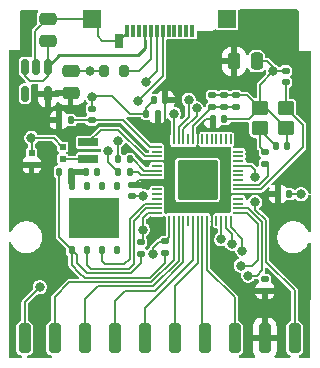
<source format=gbr>
%TF.GenerationSoftware,KiCad,Pcbnew,9.0.3*%
%TF.CreationDate,2025-08-08T17:20:16+03:00*%
%TF.ProjectId,rp2350_gpio_card,72703233-3530-45f6-9770-696f5f636172,X1*%
%TF.SameCoordinates,Original*%
%TF.FileFunction,Copper,L1,Top*%
%TF.FilePolarity,Positive*%
%FSLAX46Y46*%
G04 Gerber Fmt 4.6, Leading zero omitted, Abs format (unit mm)*
G04 Created by KiCad (PCBNEW 9.0.3) date 2025-08-08 17:20:16*
%MOMM*%
%LPD*%
G01*
G04 APERTURE LIST*
G04 Aperture macros list*
%AMRoundRect*
0 Rectangle with rounded corners*
0 $1 Rounding radius*
0 $2 $3 $4 $5 $6 $7 $8 $9 X,Y pos of 4 corners*
0 Add a 4 corners polygon primitive as box body*
4,1,4,$2,$3,$4,$5,$6,$7,$8,$9,$2,$3,0*
0 Add four circle primitives for the rounded corners*
1,1,$1+$1,$2,$3*
1,1,$1+$1,$4,$5*
1,1,$1+$1,$6,$7*
1,1,$1+$1,$8,$9*
0 Add four rect primitives between the rounded corners*
20,1,$1+$1,$2,$3,$4,$5,0*
20,1,$1+$1,$4,$5,$6,$7,0*
20,1,$1+$1,$6,$7,$8,$9,0*
20,1,$1+$1,$8,$9,$2,$3,0*%
%AMFreePoly0*
4,1,18,-0.437500,0.050000,-0.433694,0.069134,-0.422855,0.085355,-0.406634,0.096194,-0.387500,0.100000,0.387500,0.100000,0.437500,0.050000,0.437500,-0.050000,0.433694,-0.069134,0.422855,-0.085355,0.406634,-0.096194,0.387500,-0.100000,-0.387500,-0.100000,-0.406634,-0.096194,-0.422855,-0.085355,-0.433694,-0.069134,-0.437500,-0.050000,-0.437500,0.050000,-0.437500,0.050000,$1*%
%AMFreePoly1*
4,1,18,-0.437500,0.050000,-0.433694,0.069134,-0.422855,0.085355,-0.406634,0.096194,-0.387500,0.100000,0.387500,0.100000,0.406634,0.096194,0.422855,0.085355,0.433694,0.069134,0.437500,0.050000,0.437500,-0.050000,0.387500,-0.100000,-0.387500,-0.100000,-0.406634,-0.096194,-0.422855,-0.085355,-0.433694,-0.069134,-0.437500,-0.050000,-0.437500,0.050000,-0.437500,0.050000,$1*%
%AMFreePoly2*
4,1,18,-0.100000,0.387500,-0.050000,0.437500,0.050000,0.437500,0.069134,0.433694,0.085355,0.422855,0.096194,0.406634,0.100000,0.387500,0.100000,-0.387500,0.096194,-0.406634,0.085355,-0.422855,0.069134,-0.433694,0.050000,-0.437500,-0.050000,-0.437500,-0.069134,-0.433694,-0.085355,-0.422855,-0.096194,-0.406634,-0.100000,-0.387500,-0.100000,0.387500,-0.100000,0.387500,$1*%
%AMFreePoly3*
4,1,18,-0.100000,0.387500,-0.096194,0.406634,-0.085355,0.422855,-0.069134,0.433694,-0.050000,0.437500,0.050000,0.437500,0.100000,0.387500,0.100000,-0.387500,0.096194,-0.406634,0.085355,-0.422855,0.069134,-0.433694,0.050000,-0.437500,-0.050000,-0.437500,-0.069134,-0.433694,-0.085355,-0.422855,-0.096194,-0.406634,-0.100000,-0.387500,-0.100000,0.387500,-0.100000,0.387500,$1*%
%AMFreePoly4*
4,1,18,-0.437500,0.050000,-0.433694,0.069134,-0.422855,0.085355,-0.406634,0.096194,-0.387500,0.100000,0.387500,0.100000,0.406634,0.096194,0.422855,0.085355,0.433694,0.069134,0.437500,0.050000,0.437500,-0.050000,0.433694,-0.069134,0.422855,-0.085355,0.406634,-0.096194,0.387500,-0.100000,-0.387500,-0.100000,-0.437500,-0.050000,-0.437500,0.050000,-0.437500,0.050000,$1*%
%AMFreePoly5*
4,1,18,-0.437500,0.050000,-0.387500,0.100000,0.387500,0.100000,0.406634,0.096194,0.422855,0.085355,0.433694,0.069134,0.437500,0.050000,0.437500,-0.050000,0.433694,-0.069134,0.422855,-0.085355,0.406634,-0.096194,0.387500,-0.100000,-0.387500,-0.100000,-0.406634,-0.096194,-0.422855,-0.085355,-0.433694,-0.069134,-0.437500,-0.050000,-0.437500,0.050000,-0.437500,0.050000,$1*%
%AMFreePoly6*
4,1,18,-0.100000,0.387500,-0.096194,0.406634,-0.085355,0.422855,-0.069134,0.433694,-0.050000,0.437500,0.050000,0.437500,0.069134,0.433694,0.085355,0.422855,0.096194,0.406634,0.100000,0.387500,0.100000,-0.387500,0.050000,-0.437500,-0.050000,-0.437500,-0.069134,-0.433694,-0.085355,-0.422855,-0.096194,-0.406634,-0.100000,-0.387500,-0.100000,0.387500,-0.100000,0.387500,$1*%
%AMFreePoly7*
4,1,18,-0.100000,0.387500,-0.096194,0.406634,-0.085355,0.422855,-0.069134,0.433694,-0.050000,0.437500,0.050000,0.437500,0.069134,0.433694,0.085355,0.422855,0.096194,0.406634,0.100000,0.387500,0.100000,-0.387500,0.096194,-0.406634,0.085355,-0.422855,0.069134,-0.433694,0.050000,-0.437500,-0.050000,-0.437500,-0.100000,-0.387500,-0.100000,0.387500,-0.100000,0.387500,$1*%
G04 Aperture macros list end*
%TA.AperFunction,SMDPad,CuDef*%
%ADD10RoundRect,0.200000X0.200000X0.275000X-0.200000X0.275000X-0.200000X-0.275000X0.200000X-0.275000X0*%
%TD*%
%TA.AperFunction,SMDPad,CuDef*%
%ADD11R,0.380000X1.000000*%
%TD*%
%TA.AperFunction,SMDPad,CuDef*%
%ADD12R,0.700000X1.150000*%
%TD*%
%TA.AperFunction,SMDPad,CuDef*%
%ADD13R,1.500000X1.500000*%
%TD*%
%TA.AperFunction,SMDPad,CuDef*%
%ADD14RoundRect,0.135000X0.185000X-0.135000X0.185000X0.135000X-0.185000X0.135000X-0.185000X-0.135000X0*%
%TD*%
%TA.AperFunction,SMDPad,CuDef*%
%ADD15RoundRect,0.250000X0.475000X-0.250000X0.475000X0.250000X-0.475000X0.250000X-0.475000X-0.250000X0*%
%TD*%
%TA.AperFunction,SMDPad,CuDef*%
%ADD16RoundRect,0.135000X0.135000X0.185000X-0.135000X0.185000X-0.135000X-0.185000X0.135000X-0.185000X0*%
%TD*%
%TA.AperFunction,SMDPad,CuDef*%
%ADD17RoundRect,0.250000X0.450000X0.350000X-0.450000X0.350000X-0.450000X-0.350000X0.450000X-0.350000X0*%
%TD*%
%TA.AperFunction,SMDPad,CuDef*%
%ADD18R,0.530000X0.470000*%
%TD*%
%TA.AperFunction,SMDPad,CuDef*%
%ADD19RoundRect,0.140000X0.140000X0.170000X-0.140000X0.170000X-0.140000X-0.170000X0.140000X-0.170000X0*%
%TD*%
%TA.AperFunction,SMDPad,CuDef*%
%ADD20RoundRect,0.250000X-0.250000X-0.475000X0.250000X-0.475000X0.250000X0.475000X-0.250000X0.475000X0*%
%TD*%
%TA.AperFunction,SMDPad,CuDef*%
%ADD21RoundRect,0.140000X-0.140000X-0.170000X0.140000X-0.170000X0.140000X0.170000X-0.140000X0.170000X0*%
%TD*%
%TA.AperFunction,SMDPad,CuDef*%
%ADD22RoundRect,0.250000X-0.250000X1.000000X-0.250000X-1.000000X0.250000X-1.000000X0.250000X1.000000X0*%
%TD*%
%TA.AperFunction,SMDPad,CuDef*%
%ADD23RoundRect,0.140000X-0.170000X0.140000X-0.170000X-0.140000X0.170000X-0.140000X0.170000X0.140000X0*%
%TD*%
%TA.AperFunction,SMDPad,CuDef*%
%ADD24RoundRect,0.140000X0.170000X-0.140000X0.170000X0.140000X-0.170000X0.140000X-0.170000X-0.140000X0*%
%TD*%
%TA.AperFunction,SMDPad,CuDef*%
%ADD25RoundRect,0.135000X-0.135000X-0.185000X0.135000X-0.185000X0.135000X0.185000X-0.135000X0.185000X0*%
%TD*%
%TA.AperFunction,SMDPad,CuDef*%
%ADD26RoundRect,0.150000X-0.150000X0.512500X-0.150000X-0.512500X0.150000X-0.512500X0.150000X0.512500X0*%
%TD*%
%TA.AperFunction,SMDPad,CuDef*%
%ADD27RoundRect,0.135000X-0.185000X0.135000X-0.185000X-0.135000X0.185000X-0.135000X0.185000X0.135000X0*%
%TD*%
%TA.AperFunction,SMDPad,CuDef*%
%ADD28RoundRect,0.125000X0.125000X-0.250000X0.125000X0.250000X-0.125000X0.250000X-0.125000X-0.250000X0*%
%TD*%
%TA.AperFunction,HeatsinkPad*%
%ADD29R,4.300000X3.400000*%
%TD*%
%TA.AperFunction,SMDPad,CuDef*%
%ADD30FreePoly0,90.000000*%
%TD*%
%TA.AperFunction,SMDPad,CuDef*%
%ADD31RoundRect,0.050000X0.050000X-0.387500X0.050000X0.387500X-0.050000X0.387500X-0.050000X-0.387500X0*%
%TD*%
%TA.AperFunction,SMDPad,CuDef*%
%ADD32FreePoly1,90.000000*%
%TD*%
%TA.AperFunction,SMDPad,CuDef*%
%ADD33FreePoly2,90.000000*%
%TD*%
%TA.AperFunction,SMDPad,CuDef*%
%ADD34RoundRect,0.050000X0.387500X-0.050000X0.387500X0.050000X-0.387500X0.050000X-0.387500X-0.050000X0*%
%TD*%
%TA.AperFunction,SMDPad,CuDef*%
%ADD35FreePoly3,90.000000*%
%TD*%
%TA.AperFunction,SMDPad,CuDef*%
%ADD36FreePoly4,90.000000*%
%TD*%
%TA.AperFunction,SMDPad,CuDef*%
%ADD37FreePoly5,90.000000*%
%TD*%
%TA.AperFunction,SMDPad,CuDef*%
%ADD38FreePoly6,90.000000*%
%TD*%
%TA.AperFunction,SMDPad,CuDef*%
%ADD39FreePoly7,90.000000*%
%TD*%
%TA.AperFunction,ComponentPad*%
%ADD40C,0.600000*%
%TD*%
%TA.AperFunction,SMDPad,CuDef*%
%ADD41RoundRect,0.153000X1.547000X1.547000X-1.547000X1.547000X-1.547000X-1.547000X1.547000X-1.547000X0*%
%TD*%
%TA.AperFunction,SMDPad,CuDef*%
%ADD42R,1.700000X0.700000*%
%TD*%
%TA.AperFunction,ViaPad*%
%ADD43C,0.800000*%
%TD*%
%TA.AperFunction,ViaPad*%
%ADD44C,0.500000*%
%TD*%
%TA.AperFunction,Conductor*%
%ADD45C,0.152400*%
%TD*%
%TA.AperFunction,Conductor*%
%ADD46C,0.254000*%
%TD*%
%TA.AperFunction,Conductor*%
%ADD47C,0.200000*%
%TD*%
G04 APERTURE END LIST*
D10*
%TO.P,R4,1*%
%TO.N,Net-(P1-CC)*%
X98050000Y-60400000D03*
%TO.P,R4,2*%
%TO.N,GND*%
X96400000Y-60400000D03*
%TD*%
D11*
%TO.P,P1,A1,GND*%
%TO.N,GND*%
X98325000Y-57040000D03*
%TO.P,P1,A2*%
%TO.N,N/C*%
X98825000Y-57040000D03*
%TO.P,P1,A3*%
X99325000Y-57040000D03*
%TO.P,P1,A4,VBUS*%
%TO.N,VBUS*%
X99825000Y-57040000D03*
%TO.P,P1,A5,CC*%
%TO.N,Net-(P1-CC)*%
X100325000Y-57040000D03*
%TO.P,P1,A6,D+*%
%TO.N,/USB_D+*%
X100825000Y-57040000D03*
%TO.P,P1,A7,D-*%
%TO.N,/USB_D-*%
X101325000Y-57040000D03*
%TO.P,P1,A8*%
%TO.N,N/C*%
X101825000Y-57040000D03*
%TO.P,P1,A9,VBUS*%
%TO.N,VBUS*%
X102325000Y-57040000D03*
%TO.P,P1,A10*%
%TO.N,N/C*%
X102825000Y-57040000D03*
%TO.P,P1,A11*%
X103325000Y-57040000D03*
%TO.P,P1,A12,GND*%
%TO.N,GND*%
X103825000Y-57040000D03*
D12*
%TO.P,P1,S1,SHIELD*%
X97655000Y-57880000D03*
%TD*%
D13*
%TO.P,TP1,1,1*%
%TO.N,GND*%
X95375000Y-56000000D03*
%TD*%
%TO.P,TP2,1,1*%
%TO.N,GND*%
X106775000Y-56000000D03*
%TD*%
D14*
%TO.P,R8,1*%
%TO.N,/XOUT*%
X109975000Y-68260000D03*
%TO.P,R8,2*%
%TO.N,Net-(C16-Pad1)*%
X109975000Y-67240000D03*
%TD*%
D15*
%TO.P,C19,1*%
%TO.N,VBUS*%
X91575000Y-57900000D03*
%TO.P,C19,2*%
%TO.N,GND*%
X91575000Y-56000000D03*
%TD*%
D16*
%TO.P,R5,1*%
%TO.N,+3.3V*%
X93585000Y-68950000D03*
%TO.P,R5,2*%
%TO.N,/FLASH_SS*%
X92565000Y-68950000D03*
%TD*%
D17*
%TO.P,Y1,1,1*%
%TO.N,/XIN*%
X111755000Y-63580000D03*
%TO.P,Y1,2,2*%
%TO.N,GND*%
X109555000Y-63580000D03*
%TO.P,Y1,3,3*%
%TO.N,Net-(C16-Pad1)*%
X109555000Y-65280000D03*
%TO.P,Y1,4,4*%
%TO.N,GND*%
X111755000Y-65280000D03*
%TD*%
D18*
%TO.P,C1,1*%
%TO.N,+3.3V*%
X90225000Y-68365000D03*
%TO.P,C1,2*%
%TO.N,GND*%
X90225000Y-67335000D03*
%TD*%
D19*
%TO.P,C9,1*%
%TO.N,+3.3V*%
X100905000Y-64050000D03*
%TO.P,C9,2*%
%TO.N,GND*%
X99945000Y-64050000D03*
%TD*%
D20*
%TO.P,C2,1*%
%TO.N,+3.3V*%
X107375000Y-59600000D03*
%TO.P,C2,2*%
%TO.N,GND*%
X109275000Y-59600000D03*
%TD*%
D21*
%TO.P,C10,1*%
%TO.N,+3.3V*%
X105595000Y-64500000D03*
%TO.P,C10,2*%
%TO.N,GND*%
X106555000Y-64500000D03*
%TD*%
%TO.P,C17,1*%
%TO.N,+3.3V*%
X94795000Y-68950000D03*
%TO.P,C17,2*%
%TO.N,GND*%
X95755000Y-68950000D03*
%TD*%
D22*
%TO.P,J2,1,Pin_1*%
%TO.N,/RUN*%
X112505000Y-83050000D03*
%TO.P,J2,2,Pin_2*%
%TO.N,+3.3V*%
X109965000Y-83050000D03*
%TO.P,J2,3,Pin_3*%
%TO.N,/GPIO7*%
X107425000Y-83050000D03*
%TO.P,J2,4,Pin_4*%
%TO.N,/GPIO6*%
X104885000Y-83050000D03*
%TO.P,J2,5,Pin_5*%
%TO.N,/GPIO5*%
X102345000Y-83050000D03*
%TO.P,J2,6,Pin_6*%
%TO.N,/GPIO4*%
X99805000Y-83050000D03*
%TO.P,J2,7,Pin_7*%
%TO.N,/GPIO3*%
X97265000Y-83050000D03*
%TO.P,J2,8,Pin_8*%
%TO.N,/GPIO2*%
X94725000Y-83050000D03*
%TO.P,J2,9,Pin_9*%
%TO.N,/GPIO1*%
X92185000Y-83050000D03*
%TO.P,J2,10,Pin_10*%
%TO.N,/GPIO0*%
X89645000Y-83050000D03*
%TD*%
D23*
%TO.P,C8,1*%
%TO.N,+3.3V*%
X98750000Y-70070000D03*
%TO.P,C8,2*%
%TO.N,GND*%
X98750000Y-71030000D03*
%TD*%
D18*
%TO.P,C3,1*%
%TO.N,+1V1*%
X92865000Y-67865000D03*
%TO.P,C3,2*%
%TO.N,GND*%
X92865000Y-66835000D03*
%TD*%
D24*
%TO.P,C5,1*%
%TO.N,/VREG_AVDD*%
X95325000Y-64580000D03*
%TO.P,C5,2*%
%TO.N,GND*%
X95325000Y-63620000D03*
%TD*%
D25*
%TO.P,R3,1*%
%TO.N,/USB_D-*%
X97515000Y-67900000D03*
%TO.P,R3,2*%
%TO.N,Net-(U1-USB_DM)*%
X98535000Y-67900000D03*
%TD*%
D26*
%TO.P,U4,1,VIN*%
%TO.N,VBUS*%
X91587500Y-60062500D03*
%TO.P,U4,2,GND*%
%TO.N,GND*%
X90637500Y-60062500D03*
%TO.P,U4,3,EN*%
%TO.N,VBUS*%
X89687500Y-60062500D03*
%TO.P,U4,4,NC*%
%TO.N,unconnected-(U4-NC-Pad4)*%
X89687500Y-62337500D03*
%TO.P,U4,5,VOUT*%
%TO.N,+3.3V*%
X91587500Y-62337500D03*
%TD*%
D25*
%TO.P,R1,1*%
%TO.N,+3.3V*%
X92515000Y-64600000D03*
%TO.P,R1,2*%
%TO.N,/VREG_AVDD*%
X93535000Y-64600000D03*
%TD*%
D27*
%TO.P,R7,1*%
%TO.N,/GPIO0*%
X101525000Y-74840000D03*
%TO.P,R7,2*%
%TO.N,/FLASH_SS*%
X101525000Y-75860000D03*
%TD*%
D24*
%TO.P,C15,1*%
%TO.N,/XIN*%
X111755000Y-61380000D03*
%TO.P,C15,2*%
%TO.N,GND*%
X111755000Y-60420000D03*
%TD*%
D25*
%TO.P,R2,1*%
%TO.N,/USB_D+*%
X97515000Y-68950000D03*
%TO.P,R2,2*%
%TO.N,Net-(U1-USB_DP)*%
X98535000Y-68950000D03*
%TD*%
D15*
%TO.P,C21,1*%
%TO.N,+3.3V*%
X93525000Y-62300000D03*
%TO.P,C21,2*%
%TO.N,GND*%
X93525000Y-60400000D03*
%TD*%
D21*
%TO.P,C12,1*%
%TO.N,+3.3V*%
X111100000Y-70850000D03*
%TO.P,C12,2*%
%TO.N,GND*%
X112060000Y-70850000D03*
%TD*%
D24*
%TO.P,C4,1*%
%TO.N,+1V1*%
X107525000Y-63430000D03*
%TO.P,C4,2*%
%TO.N,GND*%
X107525000Y-62470000D03*
%TD*%
D28*
%TO.P,U2,1,~{CS}*%
%TO.N,/FLASH_SS*%
X93620000Y-75550000D03*
%TO.P,U2,2,DO/IO_{1}*%
%TO.N,/QSPI_SD1*%
X94890000Y-75550000D03*
%TO.P,U2,3,~{WP}/IO_{2}*%
%TO.N,/QSPI_SD2*%
X96160000Y-75550000D03*
%TO.P,U2,4,GND*%
%TO.N,GND*%
X97430000Y-75550000D03*
%TO.P,U2,5,DI/IO_{0}*%
%TO.N,/QSPI_SD0*%
X97430000Y-70150000D03*
%TO.P,U2,6,CLK*%
%TO.N,/QSPI_SCLK*%
X96160000Y-70150000D03*
%TO.P,U2,7,~{HOLD}/~{RESET}/IO_{3}*%
%TO.N,/QSPI_SD3*%
X94890000Y-70150000D03*
%TO.P,U2,8,VCC*%
%TO.N,+3.3V*%
X93620000Y-70150000D03*
D29*
%TO.P,U2,9,EP*%
%TO.N,GND*%
X95525000Y-72850000D03*
%TD*%
D24*
%TO.P,C6,1*%
%TO.N,+1V1*%
X106525000Y-63430000D03*
%TO.P,C6,2*%
%TO.N,GND*%
X106525000Y-62470000D03*
%TD*%
%TO.P,C7,1*%
%TO.N,+1V1*%
X105525000Y-63430000D03*
%TO.P,C7,2*%
%TO.N,GND*%
X105525000Y-62470000D03*
%TD*%
%TO.P,C13,1*%
%TO.N,+3.3V*%
X109975000Y-79030000D03*
%TO.P,C13,2*%
%TO.N,GND*%
X109975000Y-78070000D03*
%TD*%
D27*
%TO.P,R6,1*%
%TO.N,/QSPI_SS*%
X99475000Y-74890000D03*
%TO.P,R6,2*%
%TO.N,/FLASH_SS*%
X99475000Y-75910000D03*
%TD*%
D19*
%TO.P,C14,1*%
%TO.N,+3.3V*%
X101555000Y-62900000D03*
%TO.P,C14,2*%
%TO.N,GND*%
X100595000Y-62900000D03*
%TD*%
D21*
%TO.P,C16,1*%
%TO.N,Net-(C16-Pad1)*%
X110925000Y-66810000D03*
%TO.P,C16,2*%
%TO.N,GND*%
X111885000Y-66810000D03*
%TD*%
D30*
%TO.P,U1,1,IOVDD*%
%TO.N,+3.3V*%
X101475000Y-73087500D03*
D31*
%TO.P,U1,2,GPIO0*%
%TO.N,/GPIO0*%
X101875000Y-73087500D03*
%TO.P,U1,3,GPIO1*%
%TO.N,/GPIO1*%
X102275000Y-73087500D03*
%TO.P,U1,4,GPIO2*%
%TO.N,/GPIO2*%
X102675000Y-73087500D03*
%TO.P,U1,5,GPIO3*%
%TO.N,/GPIO3*%
X103075000Y-73087500D03*
%TO.P,U1,6,DVDD*%
%TO.N,+1V1*%
X103475000Y-73087500D03*
%TO.P,U1,7,GPIO4*%
%TO.N,/GPIO4*%
X103875000Y-73087500D03*
%TO.P,U1,8,GPIO5*%
%TO.N,/GPIO5*%
X104275000Y-73087500D03*
%TO.P,U1,9,GPIO6*%
%TO.N,/GPIO6*%
X104675000Y-73087500D03*
%TO.P,U1,10,GPIO7*%
%TO.N,/GPIO7*%
X105075000Y-73087500D03*
%TO.P,U1,11,IOVDD*%
%TO.N,+3.3V*%
X105475000Y-73087500D03*
%TO.P,U1,12,GPIO8*%
%TO.N,/GPIO8*%
X105875000Y-73087500D03*
%TO.P,U1,13,GPIO9*%
%TO.N,/GPIO9*%
X106275000Y-73087500D03*
%TO.P,U1,14,GPIO10*%
%TO.N,/GPIO10*%
X106675000Y-73087500D03*
D32*
%TO.P,U1,15,GPIO11*%
%TO.N,/GPIO11*%
X107075000Y-73087500D03*
D33*
%TO.P,U1,16,GPIO12*%
%TO.N,/GPIO12*%
X107712500Y-72450000D03*
D34*
%TO.P,U1,17,GPIO13*%
%TO.N,/GPIO13*%
X107712500Y-72050000D03*
%TO.P,U1,18,GPIO14*%
%TO.N,/GPIO14*%
X107712500Y-71650000D03*
%TO.P,U1,19,GPIO15*%
%TO.N,/GPIO15*%
X107712500Y-71250000D03*
%TO.P,U1,20,IOVDD*%
%TO.N,+3.3V*%
X107712500Y-70850000D03*
%TO.P,U1,21,XIN*%
%TO.N,/XIN*%
X107712500Y-70450000D03*
%TO.P,U1,22,XOUT*%
%TO.N,/XOUT*%
X107712500Y-70050000D03*
%TO.P,U1,23,DVDD*%
%TO.N,+1V1*%
X107712500Y-69650000D03*
%TO.P,U1,24,SWCLK*%
%TO.N,/SWCLK*%
X107712500Y-69250000D03*
%TO.P,U1,25,SWD*%
%TO.N,/SWD*%
X107712500Y-68850000D03*
%TO.P,U1,26,RUN*%
%TO.N,/RUN*%
X107712500Y-68450000D03*
%TO.P,U1,27,GPIO16*%
%TO.N,/GPIO16*%
X107712500Y-68050000D03*
%TO.P,U1,28,GPIO17*%
%TO.N,/GPIO17*%
X107712500Y-67650000D03*
%TO.P,U1,29,GPIO18*%
%TO.N,/GPIO18*%
X107712500Y-67250000D03*
D35*
%TO.P,U1,30,IOVDD*%
%TO.N,+3.3V*%
X107712500Y-66850000D03*
D36*
%TO.P,U1,31,GPIO19*%
%TO.N,/GPIO19*%
X107075000Y-66212500D03*
D31*
%TO.P,U1,32,GPIO20*%
%TO.N,/GPIO20*%
X106675000Y-66212500D03*
%TO.P,U1,33,GPIO21*%
%TO.N,/GPIO21*%
X106275000Y-66212500D03*
%TO.P,U1,34,GPIO22*%
%TO.N,/GPIO22*%
X105875000Y-66212500D03*
%TO.P,U1,35,GPIO23*%
%TO.N,/GPIO23*%
X105475000Y-66212500D03*
%TO.P,U1,36,GPIO24*%
%TO.N,/GPIO24*%
X105075000Y-66212500D03*
%TO.P,U1,37,GPIO25*%
%TO.N,/GPIO25*%
X104675000Y-66212500D03*
%TO.P,U1,38,IOVDD*%
%TO.N,+3.3V*%
X104275000Y-66212500D03*
%TO.P,U1,39,DVDD*%
%TO.N,+1V1*%
X103875000Y-66212500D03*
%TO.P,U1,40,GPIO26_ADC0*%
%TO.N,/GPIO26_ADC0*%
X103475000Y-66212500D03*
%TO.P,U1,41,GPIO27_ADC1*%
%TO.N,/GPIO27_ADC1*%
X103075000Y-66212500D03*
%TO.P,U1,42,GPIO28_ADC2*%
%TO.N,/GPIO28_ADC2*%
X102675000Y-66212500D03*
%TO.P,U1,43,GPIO29_ADC3*%
%TO.N,/GPIO29_ADC3*%
X102275000Y-66212500D03*
%TO.P,U1,44,ADC_AVDD*%
%TO.N,+3.3V*%
X101875000Y-66212500D03*
D37*
%TO.P,U1,45,IOVDD*%
X101475000Y-66212500D03*
D38*
%TO.P,U1,46,VREG_AVDD*%
%TO.N,/VREG_AVDD*%
X100837500Y-66850000D03*
D34*
%TO.P,U1,47,VREG_PGND*%
%TO.N,GND*%
X100837500Y-67250000D03*
%TO.P,U1,48,VREG_LX*%
%TO.N,/VREG_LX*%
X100837500Y-67650000D03*
%TO.P,U1,49,VREG_VIN*%
%TO.N,+3.3V*%
X100837500Y-68050000D03*
%TO.P,U1,50,VREG_FB*%
%TO.N,+1V1*%
X100837500Y-68450000D03*
%TO.P,U1,51,USB_DM*%
%TO.N,Net-(U1-USB_DM)*%
X100837500Y-68850000D03*
%TO.P,U1,52,USB_DP*%
%TO.N,Net-(U1-USB_DP)*%
X100837500Y-69250000D03*
%TO.P,U1,53,USB_OTP_VDD*%
%TO.N,+3.3V*%
X100837500Y-69650000D03*
%TO.P,U1,54,QSPI_IOVDD*%
X100837500Y-70050000D03*
%TO.P,U1,55,QSPI_SD3*%
%TO.N,/QSPI_SD3*%
X100837500Y-70450000D03*
%TO.P,U1,56,QSPI_SCLK*%
%TO.N,/QSPI_SCLK*%
X100837500Y-70850000D03*
%TO.P,U1,57,QSPI_SD0*%
%TO.N,/QSPI_SD0*%
X100837500Y-71250000D03*
%TO.P,U1,58,QSPI_SD2*%
%TO.N,/QSPI_SD2*%
X100837500Y-71650000D03*
%TO.P,U1,59,QSPI_SD1*%
%TO.N,/QSPI_SD1*%
X100837500Y-72050000D03*
D39*
%TO.P,U1,60,QSPI_SS*%
%TO.N,/QSPI_SS*%
X100837500Y-72450000D03*
D40*
%TO.P,U1,61,GND*%
%TO.N,GND*%
X102900000Y-71025000D03*
X104275000Y-71025000D03*
X105650000Y-71025000D03*
X102900000Y-69650000D03*
X104275000Y-69650000D03*
D41*
X104275000Y-69650000D03*
D40*
X105650000Y-69650000D03*
X102900000Y-68275000D03*
X104275000Y-68275000D03*
X105650000Y-68275000D03*
%TD*%
D42*
%TO.P,L1,1,1*%
%TO.N,+1V1*%
X95045000Y-67860000D03*
%TO.P,L1,2,2*%
%TO.N,/VREG_LX*%
X95045000Y-66460000D03*
%TD*%
D43*
%TO.N,/GPIO27_ADC1*%
X104204845Y-63583359D03*
%TO.N,/GPIO29_ADC3*%
X102275000Y-64050000D03*
%TO.N,/GPIO11*%
X108075000Y-75625000D03*
%TO.N,/QSPI_SS*%
X99650000Y-73850000D03*
%TO.N,/RUN*%
X109150000Y-69373800D03*
X109152644Y-71526200D03*
%TO.N,/GPIO10*%
X107200000Y-75050000D03*
%TO.N,/GPIO9*%
X106275319Y-74669249D03*
%TO.N,/GPIO28_ADC2*%
X103525000Y-62850000D03*
%TO.N,/GPIO0*%
X90925000Y-78725000D03*
X100525000Y-75900000D03*
%TO.N,/USB_D+*%
X96694071Y-67168696D03*
X99875000Y-61350000D03*
%TO.N,/USB_D-*%
X99228146Y-62953146D03*
X97525000Y-66350000D03*
%TO.N,/GPIO13*%
X108575000Y-77750000D03*
%TO.N,/GPIO12*%
X107925000Y-76900000D03*
D44*
%TO.N,GND*%
X94933000Y-55571500D03*
X94933000Y-56460500D03*
X107252000Y-55571500D03*
X107252000Y-56460500D03*
D43*
X113050000Y-70850000D03*
X95350000Y-62600000D03*
D44*
X95822000Y-56460500D03*
D43*
X110700000Y-60450000D03*
X90200000Y-66100000D03*
D44*
X106299500Y-55571500D03*
X95822000Y-55571500D03*
X106299500Y-56460500D03*
D43*
X99688833Y-70983000D03*
X95150000Y-60400000D03*
%TD*%
D45*
%TO.N,+1V1*%
X105525000Y-63430000D02*
X106525000Y-63430000D01*
X103875000Y-65100216D02*
X105525000Y-63450217D01*
X103875000Y-66212500D02*
X103875000Y-65100216D01*
X95095000Y-67810000D02*
X95045000Y-67860000D01*
X105525000Y-63450217D02*
X105525000Y-63430000D01*
X95040000Y-67865000D02*
X95045000Y-67860000D01*
X92865000Y-67865000D02*
X95040000Y-67865000D01*
X106525000Y-63430000D02*
X107525000Y-63430000D01*
D46*
%TO.N,VBUS*%
X99210000Y-59100000D02*
X99820000Y-58490000D01*
D45*
X89687500Y-60862500D02*
X90075000Y-61250000D01*
X91587500Y-60062500D02*
X91587500Y-57912500D01*
D46*
X92550000Y-59100000D02*
X99210000Y-59100000D01*
X91587500Y-60062500D02*
X92550000Y-59100000D01*
X99820000Y-58490000D02*
X99820000Y-57780000D01*
D45*
X91587500Y-60887500D02*
X91587500Y-60062500D01*
X99825000Y-57040000D02*
X99825000Y-57775000D01*
X91587500Y-57912500D02*
X91575000Y-57900000D01*
D46*
X99820000Y-57780000D02*
X99825000Y-57775000D01*
D45*
X91225000Y-61250000D02*
X91587500Y-60887500D01*
X89687500Y-60062500D02*
X89687500Y-60862500D01*
X90075000Y-61250000D02*
X91225000Y-61250000D01*
%TO.N,/VREG_AVDD*%
X95325000Y-64580000D02*
X93555000Y-64580000D01*
X100837500Y-66850000D02*
X100250000Y-66850000D01*
X93555000Y-64580000D02*
X93535000Y-64600000D01*
X100250000Y-66850000D02*
X97980000Y-64580000D01*
X97980000Y-64580000D02*
X95325000Y-64580000D01*
%TO.N,/XIN*%
X107362500Y-70450000D02*
X109615000Y-70450000D01*
X113205000Y-66860000D02*
X113205000Y-65030000D01*
X113205000Y-65030000D02*
X111755000Y-63580000D01*
X111755000Y-63580000D02*
X111755000Y-61380000D01*
X109615000Y-70450000D02*
X113205000Y-66860000D01*
%TO.N,Net-(C16-Pad1)*%
X109555000Y-65280000D02*
X109555000Y-66820000D01*
X110925000Y-66810000D02*
X109555000Y-65440000D01*
X109555000Y-65440000D02*
X109555000Y-65280000D01*
X109545000Y-65290000D02*
X109555000Y-65280000D01*
X109555000Y-66820000D02*
X109975000Y-67240000D01*
%TO.N,+3.3V*%
X105595000Y-64500000D02*
X104975000Y-64500000D01*
X101555000Y-61320000D02*
X101555000Y-62900000D01*
X98925000Y-70070000D02*
X99345000Y-69650000D01*
X99345000Y-69650000D02*
X100837500Y-69650000D01*
D47*
X105475000Y-76375000D02*
X109965000Y-80865000D01*
D45*
X105475000Y-73087500D02*
X105452200Y-73110300D01*
X91625000Y-62300000D02*
X91587500Y-62337500D01*
D46*
X93525000Y-62300000D02*
X91625000Y-62300000D01*
D45*
X104275000Y-65200000D02*
X104275000Y-66212500D01*
X101875000Y-65300000D02*
X101555000Y-64980000D01*
D47*
X105475000Y-73087500D02*
X105475000Y-76375000D01*
D45*
X109965000Y-79040000D02*
X109975000Y-79030000D01*
X101475000Y-65400000D02*
X100905000Y-64830000D01*
X93620000Y-70150000D02*
X93620000Y-68985000D01*
X107712500Y-70850000D02*
X111100000Y-70850000D01*
X93620000Y-68985000D02*
X93585000Y-68950000D01*
X100905000Y-64830000D02*
X100905000Y-64050000D01*
X94795000Y-68950000D02*
X93585000Y-68950000D01*
X104975000Y-64500000D02*
X104275000Y-65200000D01*
X98945000Y-70050000D02*
X98925000Y-70070000D01*
X100837500Y-70050000D02*
X98945000Y-70050000D01*
X103275000Y-59600000D02*
X101555000Y-61320000D01*
X101555000Y-64980000D02*
X101555000Y-62900000D01*
X101875000Y-66212500D02*
X101875000Y-65300000D01*
D47*
X109965000Y-83050000D02*
X109965000Y-79040000D01*
D45*
X101475000Y-66212500D02*
X101475000Y-65400000D01*
X107375000Y-59600000D02*
X103275000Y-59600000D01*
%TO.N,/GPIO27_ADC1*%
X104204845Y-63583359D02*
X104201200Y-63587004D01*
X103075000Y-65350000D02*
X103075000Y-66212500D01*
X104201200Y-63587004D02*
X104201200Y-64223800D01*
X104201200Y-64223800D02*
X103075000Y-65350000D01*
%TO.N,/GPIO29_ADC3*%
X102275000Y-64050000D02*
X102275000Y-66212500D01*
%TO.N,/GPIO11*%
X108075000Y-74625000D02*
X107075000Y-73625000D01*
X108075000Y-75625000D02*
X108075000Y-74625000D01*
X108075000Y-75625000D02*
X108100000Y-75600000D01*
X107075000Y-73625000D02*
X107075000Y-73087500D01*
%TO.N,/QSPI_SS*%
X100075000Y-72450000D02*
X99650000Y-72875000D01*
X99650000Y-73850000D02*
X99650000Y-74715000D01*
X99650000Y-74715000D02*
X99475000Y-74890000D01*
X99650000Y-72875000D02*
X99650000Y-73850000D01*
X100837500Y-72450000D02*
X100075000Y-72450000D01*
%TO.N,/RUN*%
X108800000Y-68450000D02*
X107712500Y-68450000D01*
X110078400Y-76578400D02*
X112505000Y-79005000D01*
X112505000Y-79005000D02*
X112505000Y-83050000D01*
X110078400Y-73078833D02*
X110078400Y-76578400D01*
X109152644Y-72153078D02*
X110078400Y-73078833D01*
X109150000Y-69373800D02*
X109150000Y-68800000D01*
X109152644Y-71526200D02*
X109152644Y-72153078D01*
X109150000Y-68800000D02*
X108800000Y-68450000D01*
%TO.N,/GPIO10*%
X107200000Y-74249784D02*
X106675000Y-73724784D01*
X106675000Y-73724784D02*
X106675000Y-73087500D01*
X107200000Y-75050000D02*
X107200000Y-74249784D01*
%TO.N,/GPIO9*%
X106275319Y-74669249D02*
X106275000Y-74668930D01*
X106275000Y-74668930D02*
X106275000Y-73087500D01*
%TO.N,/GPIO28_ADC2*%
X103525000Y-64350000D02*
X102675000Y-65200000D01*
X102675000Y-65200000D02*
X102675000Y-66212500D01*
X103525000Y-62850000D02*
X103525000Y-64350000D01*
%TO.N,/GPIO2*%
X100517768Y-78656800D02*
X95825000Y-78656800D01*
X102675000Y-73087500D02*
X102675000Y-76499568D01*
X102675000Y-76499568D02*
X100517768Y-78656800D01*
X95825000Y-78656800D02*
X94725000Y-79756800D01*
X94725000Y-79756800D02*
X94725000Y-83050000D01*
%TO.N,/GPIO1*%
X92185000Y-79560000D02*
X92185000Y-83050000D01*
X102275000Y-76399784D02*
X100371384Y-78303400D01*
X102275000Y-73087500D02*
X102275000Y-76399784D01*
X100371384Y-78303400D02*
X93421600Y-78303400D01*
X92175000Y-79550000D02*
X92185000Y-79560000D01*
X93421600Y-78303400D02*
X92175000Y-79550000D01*
%TO.N,/GPIO5*%
X104275000Y-76699784D02*
X102345000Y-78629784D01*
X104275000Y-73087500D02*
X104275000Y-76699784D01*
X102345000Y-78629784D02*
X102345000Y-83050000D01*
%TO.N,/GPIO4*%
X103875000Y-76425000D02*
X99805000Y-80495000D01*
X103875000Y-73087500D02*
X103875000Y-76425000D01*
X99805000Y-80495000D02*
X99805000Y-83050000D01*
%TO.N,/GPIO6*%
X104675000Y-73087500D02*
X104675000Y-82840000D01*
X104675000Y-82840000D02*
X104885000Y-83050000D01*
%TO.N,/GPIO0*%
X101025000Y-74900000D02*
X101525000Y-74900000D01*
X90925000Y-78725000D02*
X89645000Y-80005000D01*
X101875000Y-74490000D02*
X101875000Y-73087500D01*
X101525000Y-74840000D02*
X101875000Y-74490000D01*
X100540000Y-75385000D02*
X101025000Y-74900000D01*
X100540000Y-75885000D02*
X100540000Y-75385000D01*
X89645000Y-80005000D02*
X89645000Y-83050000D01*
%TO.N,/GPIO3*%
X97265000Y-79920200D02*
X97265000Y-83050000D01*
X100664152Y-79010200D02*
X98175000Y-79010200D01*
X98175000Y-79010200D02*
X97265000Y-79920200D01*
X103075000Y-76599351D02*
X100664152Y-79010200D01*
X103075000Y-73087500D02*
X103075000Y-76599351D01*
%TO.N,/GPIO7*%
X107425000Y-79600000D02*
X107425000Y-83050000D01*
X105075000Y-77250000D02*
X107425000Y-79600000D01*
X105075000Y-73087500D02*
X105075000Y-77250000D01*
%TO.N,/VREG_LX*%
X95045000Y-66460000D02*
X96105000Y-65400000D01*
X97550000Y-65400000D02*
X99800000Y-67650000D01*
X96105000Y-65400000D02*
X97550000Y-65400000D01*
X99800000Y-67650000D02*
X100837500Y-67650000D01*
%TO.N,Net-(P1-CC)*%
X100325000Y-59425000D02*
X100325000Y-57040000D01*
X98050000Y-60400000D02*
X99350000Y-60400000D01*
X99350000Y-60400000D02*
X100325000Y-59425000D01*
D47*
%TO.N,/USB_D+*%
X97515000Y-68950000D02*
X96694071Y-68129071D01*
X100825000Y-60400000D02*
X100825000Y-57825000D01*
X99875000Y-61350000D02*
X100825000Y-60400000D01*
D45*
X100825000Y-57040000D02*
X100825000Y-57825000D01*
D47*
X96694071Y-68129071D02*
X96694071Y-67168696D01*
D45*
%TO.N,/USB_D-*%
X101325000Y-57040000D02*
X101325000Y-57815000D01*
D47*
X97515000Y-67900000D02*
X97515000Y-66360000D01*
X101325000Y-60856292D02*
X101325000Y-57815000D01*
X99228146Y-62953146D02*
X101325000Y-60856292D01*
D45*
X97515000Y-66360000D02*
X97525000Y-66350000D01*
D47*
%TO.N,Net-(U1-USB_DP)*%
X100837500Y-69250000D02*
X99525000Y-69250000D01*
X99225000Y-68950000D02*
X98535000Y-68950000D01*
X99525000Y-69250000D02*
X99225000Y-68950000D01*
%TO.N,Net-(U1-USB_DM)*%
X99725000Y-68850000D02*
X98775000Y-67900000D01*
X100837500Y-68850000D02*
X99725000Y-68850000D01*
D45*
X98775000Y-67900000D02*
X98535000Y-67900000D01*
%TO.N,/FLASH_SS*%
X98621383Y-77503400D02*
X94928400Y-77503400D01*
X99475000Y-76649783D02*
X98621383Y-77503400D01*
X94278400Y-77503400D02*
X93620000Y-76845000D01*
X94075000Y-76650000D02*
X94075000Y-76005000D01*
X94075000Y-76005000D02*
X93620000Y-75550000D01*
X94725000Y-77950000D02*
X100225000Y-77950000D01*
X100225000Y-77950000D02*
X101525000Y-76650000D01*
X94278400Y-77503400D02*
X94725000Y-77950000D01*
X99475000Y-75910000D02*
X99475000Y-76649783D01*
X92565000Y-74495000D02*
X93620000Y-75550000D01*
X94928400Y-77503400D02*
X94075000Y-76650000D01*
X101525000Y-76650000D02*
X101525000Y-75860000D01*
X92565000Y-68950000D02*
X92565000Y-74495000D01*
X93620000Y-76845000D02*
X93620000Y-75550000D01*
%TO.N,/XOUT*%
X107362500Y-70050000D02*
X109515216Y-70050000D01*
X110250000Y-68535000D02*
X109975000Y-68260000D01*
X110250000Y-69315216D02*
X110250000Y-68535000D01*
X109515216Y-70050000D02*
X110250000Y-69315216D01*
%TO.N,/QSPI_SD1*%
X100837500Y-72050000D02*
X99936220Y-72050000D01*
X99936220Y-72050000D02*
X98878400Y-73107820D01*
X94890000Y-76815000D02*
X94890000Y-75550000D01*
X98475000Y-77150000D02*
X95225000Y-77150000D01*
X98878400Y-73107820D02*
X98878400Y-76746600D01*
X98878400Y-76746600D02*
X98475000Y-77150000D01*
X95225000Y-77150000D02*
X94890000Y-76815000D01*
%TO.N,/GPIO13*%
X107712500Y-72050000D02*
X108549783Y-72050000D01*
X109725000Y-77306200D02*
X109281200Y-77750000D01*
X109725000Y-73225216D02*
X109725000Y-77306200D01*
X109281200Y-77750000D02*
X108575000Y-77750000D01*
X108549783Y-72050000D02*
X109725000Y-73225216D01*
%TO.N,/GPIO12*%
X108925000Y-76900000D02*
X109371600Y-76453400D01*
X108450000Y-72450000D02*
X107712500Y-72450000D01*
X109371600Y-76453400D02*
X109371600Y-73371600D01*
X107925000Y-76900000D02*
X108925000Y-76900000D01*
X109371600Y-73371600D02*
X108450000Y-72450000D01*
%TO.N,/QSPI_SD2*%
X98525000Y-72925000D02*
X98525000Y-76350000D01*
X98525000Y-76350000D02*
X98078400Y-76796600D01*
X96471600Y-76796600D02*
X96160000Y-76485000D01*
X98078400Y-76796600D02*
X96471600Y-76796600D01*
X99800000Y-71650000D02*
X98525000Y-72925000D01*
X100837500Y-71650000D02*
X99800000Y-71650000D01*
X96160000Y-76485000D02*
X96160000Y-75550000D01*
%TO.N,GND*%
X93525000Y-60400000D02*
X95150000Y-60400000D01*
X110730000Y-60420000D02*
X110700000Y-60450000D01*
X99945000Y-64050000D02*
X98550000Y-64050000D01*
X98550000Y-64050000D02*
X97050000Y-62550000D01*
X92835000Y-66835000D02*
X92100000Y-66100000D01*
X111755000Y-65280000D02*
X110055000Y-63580000D01*
X92100000Y-66100000D02*
X90200000Y-66100000D01*
X106525000Y-62470000D02*
X107525000Y-62470000D01*
X92865000Y-66835000D02*
X92835000Y-66835000D01*
X107525000Y-62470000D02*
X108445000Y-62470000D01*
X90637500Y-60062500D02*
X90500000Y-59925000D01*
X97050000Y-62550000D02*
X95400000Y-62550000D01*
X109555000Y-63580000D02*
X109555000Y-61595000D01*
X111885000Y-65410000D02*
X111755000Y-65280000D01*
X96230000Y-57880000D02*
X95822000Y-57472000D01*
X111885000Y-66810000D02*
X111885000Y-65410000D01*
X110700000Y-60100000D02*
X110700000Y-60450000D01*
X109275000Y-59600000D02*
X110200000Y-59600000D01*
X95325000Y-62625000D02*
X95350000Y-62600000D01*
X95400000Y-62550000D02*
X95350000Y-62600000D01*
X90225000Y-67335000D02*
X90225000Y-66125000D01*
X110055000Y-63580000D02*
X109555000Y-63580000D01*
X98325000Y-57040000D02*
X98325000Y-57210000D01*
X99945000Y-63550000D02*
X100595000Y-62900000D01*
X97655000Y-57880000D02*
X96230000Y-57880000D01*
X108635000Y-64500000D02*
X109555000Y-63580000D01*
X95375000Y-56000000D02*
X91575000Y-56000000D01*
X90500000Y-59925000D02*
X90500000Y-57075000D01*
X98325000Y-57210000D02*
X97655000Y-57880000D01*
X111755000Y-60420000D02*
X110730000Y-60420000D01*
X98750000Y-71030000D02*
X99641833Y-71030000D01*
X110200000Y-59600000D02*
X110700000Y-60100000D01*
X105525000Y-62470000D02*
X106525000Y-62470000D01*
X95150000Y-60400000D02*
X96400000Y-60400000D01*
X99945000Y-64050000D02*
X99945000Y-63550000D01*
X112060000Y-70850000D02*
X113050000Y-70850000D01*
X90500000Y-57075000D02*
X91575000Y-56000000D01*
X95822000Y-57472000D02*
X95822000Y-56460500D01*
X109555000Y-61595000D02*
X110700000Y-60450000D01*
X106555000Y-64500000D02*
X108635000Y-64500000D01*
X95325000Y-63620000D02*
X95325000Y-62625000D01*
X108445000Y-62470000D02*
X109555000Y-63580000D01*
X90225000Y-66125000D02*
X90200000Y-66100000D01*
X99641833Y-71030000D02*
X99688833Y-70983000D01*
%TD*%
%TA.AperFunction,Conductor*%
%TO.N,+3.3V*%
G36*
X90732476Y-55266589D02*
G01*
X90778343Y-55319296D01*
X90788433Y-55388433D01*
X90765429Y-55444680D01*
X90697207Y-55537118D01*
X90697206Y-55537119D01*
X90652353Y-55665298D01*
X90652353Y-55665300D01*
X90649500Y-55695730D01*
X90649500Y-56304269D01*
X90652353Y-56334698D01*
X90677590Y-56406821D01*
X90681151Y-56476600D01*
X90648229Y-56535456D01*
X90278586Y-56905099D01*
X90242155Y-56968197D01*
X90223300Y-57038566D01*
X90223300Y-59149820D01*
X90203615Y-59216859D01*
X90150811Y-59262614D01*
X90081653Y-59272558D01*
X90044840Y-59261221D01*
X89938891Y-59209426D01*
X89870761Y-59199500D01*
X89870760Y-59199500D01*
X89504240Y-59199500D01*
X89504239Y-59199500D01*
X89436108Y-59209426D01*
X89331014Y-59260803D01*
X89248303Y-59343514D01*
X89196926Y-59448608D01*
X89187000Y-59516739D01*
X89187000Y-60608260D01*
X89196926Y-60676391D01*
X89248303Y-60781485D01*
X89331017Y-60864199D01*
X89361410Y-60879057D01*
X89412993Y-60926184D01*
X89426724Y-60958362D01*
X89429654Y-60969299D01*
X89429655Y-60969301D01*
X89429656Y-60969303D01*
X89452906Y-61009572D01*
X89466083Y-61032395D01*
X89466087Y-61032401D01*
X89696505Y-61262819D01*
X89729990Y-61324142D01*
X89725006Y-61393834D01*
X89683134Y-61449767D01*
X89617670Y-61474184D01*
X89608824Y-61474500D01*
X89504239Y-61474500D01*
X89436108Y-61484426D01*
X89331014Y-61535803D01*
X89248303Y-61618514D01*
X89196926Y-61723608D01*
X89187000Y-61791739D01*
X89187000Y-62883260D01*
X89196926Y-62951391D01*
X89248303Y-63056485D01*
X89331014Y-63139196D01*
X89331015Y-63139196D01*
X89331017Y-63139198D01*
X89436107Y-63190573D01*
X89470173Y-63195536D01*
X89504239Y-63200500D01*
X89504240Y-63200500D01*
X89870761Y-63200500D01*
X89896319Y-63196776D01*
X89938893Y-63190573D01*
X90043983Y-63139198D01*
X90126698Y-63056483D01*
X90178073Y-62951393D01*
X90183281Y-62915649D01*
X90787500Y-62915649D01*
X90790399Y-62952489D01*
X90790400Y-62952495D01*
X90836216Y-63110193D01*
X90836217Y-63110196D01*
X90919814Y-63251552D01*
X90919821Y-63251561D01*
X91035938Y-63367678D01*
X91035947Y-63367685D01*
X91177301Y-63451281D01*
X91335014Y-63497100D01*
X91335011Y-63497100D01*
X91337498Y-63497295D01*
X91337500Y-63497295D01*
X91337500Y-62587500D01*
X91837500Y-62587500D01*
X91837500Y-63497295D01*
X91837501Y-63497295D01*
X91839986Y-63497100D01*
X91997698Y-63451281D01*
X92139052Y-63367685D01*
X92139061Y-63367678D01*
X92255178Y-63251561D01*
X92255183Y-63251555D01*
X92335726Y-63115362D01*
X92386795Y-63067678D01*
X92455537Y-63055174D01*
X92520126Y-63081819D01*
X92530140Y-63090801D01*
X92581654Y-63142315D01*
X92730875Y-63234356D01*
X92730880Y-63234358D01*
X92897302Y-63289505D01*
X92897309Y-63289506D01*
X93000019Y-63299999D01*
X93274999Y-63299999D01*
X93275000Y-63299998D01*
X93275000Y-62550000D01*
X92517500Y-62550000D01*
X92516319Y-62551181D01*
X92454996Y-62584666D01*
X92428638Y-62587500D01*
X91837500Y-62587500D01*
X91337500Y-62587500D01*
X90787500Y-62587500D01*
X90787500Y-62915649D01*
X90183281Y-62915649D01*
X90188000Y-62883260D01*
X90188000Y-61791740D01*
X90178073Y-61723607D01*
X90177537Y-61722510D01*
X90169055Y-61705159D01*
X90157297Y-61636286D01*
X90184641Y-61571989D01*
X90242405Y-61532682D01*
X90280456Y-61526700D01*
X90682135Y-61526700D01*
X90749174Y-61546385D01*
X90794929Y-61599189D01*
X90804873Y-61668347D01*
X90801212Y-61685294D01*
X90790399Y-61722510D01*
X90787500Y-61759350D01*
X90787500Y-62087500D01*
X92170000Y-62087500D01*
X92171181Y-62086319D01*
X92232504Y-62052834D01*
X92258862Y-62050000D01*
X93401000Y-62050000D01*
X93468039Y-62069685D01*
X93513794Y-62122489D01*
X93525000Y-62174000D01*
X93525000Y-62300000D01*
X93651000Y-62300000D01*
X93718039Y-62319685D01*
X93763794Y-62372489D01*
X93775000Y-62424000D01*
X93775000Y-63299999D01*
X94049972Y-63299999D01*
X94049986Y-63299998D01*
X94152697Y-63289505D01*
X94319119Y-63234358D01*
X94319124Y-63234356D01*
X94468345Y-63142315D01*
X94592317Y-63018343D01*
X94641219Y-62939060D01*
X94693166Y-62892335D01*
X94762129Y-62881112D01*
X94826211Y-62908955D01*
X94840808Y-62923344D01*
X94848357Y-62932129D01*
X94869480Y-62968716D01*
X94942747Y-63041983D01*
X94945800Y-63045536D01*
X94958329Y-63073276D01*
X94972916Y-63099990D01*
X94972571Y-63104809D01*
X94974560Y-63109212D01*
X94970103Y-63139319D01*
X94967932Y-63169682D01*
X94964913Y-63174378D01*
X94964329Y-63178329D01*
X94956941Y-63186783D01*
X94939431Y-63214029D01*
X94871776Y-63281683D01*
X94821027Y-63390514D01*
X94814500Y-63440097D01*
X94814500Y-63799894D01*
X94814501Y-63799900D01*
X94821028Y-63849487D01*
X94821029Y-63849489D01*
X94821029Y-63849490D01*
X94871776Y-63958316D01*
X94925779Y-64012319D01*
X94929084Y-64018371D01*
X94934747Y-64022314D01*
X94945616Y-64048647D01*
X94959264Y-64073642D01*
X94958771Y-64080522D01*
X94961404Y-64086899D01*
X94956311Y-64114924D01*
X94954280Y-64143334D01*
X94949847Y-64150499D01*
X94948913Y-64155643D01*
X94933229Y-64177362D01*
X94928747Y-64184609D01*
X94927290Y-64186169D01*
X94871776Y-64241684D01*
X94868082Y-64249603D01*
X94854731Y-64263909D01*
X94831849Y-64277446D01*
X94811079Y-64294049D01*
X94800152Y-64296199D01*
X94794598Y-64299486D01*
X94785219Y-64299139D01*
X94764082Y-64303300D01*
X94067093Y-64303300D01*
X94000054Y-64283615D01*
X93954712Y-64231706D01*
X93949065Y-64219596D01*
X93865404Y-64135935D01*
X93758173Y-64085932D01*
X93758171Y-64085931D01*
X93758172Y-64085931D01*
X93709317Y-64079500D01*
X93709316Y-64079500D01*
X93360684Y-64079500D01*
X93360683Y-64079500D01*
X93311822Y-64085932D01*
X93302994Y-64088505D01*
X93233124Y-64088362D01*
X93174424Y-64050468D01*
X93161569Y-64032575D01*
X93155736Y-64022711D01*
X93155731Y-64022705D01*
X93042294Y-63909268D01*
X93042285Y-63909261D01*
X92904191Y-63827593D01*
X92904188Y-63827591D01*
X92765001Y-63787153D01*
X92765000Y-63787154D01*
X92765000Y-65412843D01*
X92904194Y-65372404D01*
X93042285Y-65290738D01*
X93042294Y-65290731D01*
X93155731Y-65177294D01*
X93155735Y-65177288D01*
X93161568Y-65167426D01*
X93212634Y-65119740D01*
X93281376Y-65107233D01*
X93303002Y-65111496D01*
X93311827Y-65114068D01*
X93360683Y-65120500D01*
X93360684Y-65120500D01*
X93709317Y-65120500D01*
X93725601Y-65118356D01*
X93758173Y-65114068D01*
X93865404Y-65064065D01*
X93949065Y-64980404D01*
X93973364Y-64928294D01*
X94019537Y-64875856D01*
X94085746Y-64856700D01*
X94764082Y-64856700D01*
X94831121Y-64876385D01*
X94865656Y-64909576D01*
X94871775Y-64918315D01*
X94871776Y-64918316D01*
X94956684Y-65003224D01*
X95065513Y-65053972D01*
X95115099Y-65060500D01*
X95534900Y-65060499D01*
X95584487Y-65053972D01*
X95693316Y-65003224D01*
X95778224Y-64918316D01*
X95778225Y-64918313D01*
X95784344Y-64909576D01*
X95838921Y-64865951D01*
X95885918Y-64856700D01*
X97814025Y-64856700D01*
X97881064Y-64876385D01*
X97901706Y-64893019D01*
X100080098Y-67071412D01*
X100080101Y-67071414D01*
X100080102Y-67071415D01*
X100137501Y-67104555D01*
X100145784Y-67113242D01*
X100156703Y-67118229D01*
X100169448Y-67138061D01*
X100185716Y-67155123D01*
X100188931Y-67168378D01*
X100194477Y-67177007D01*
X100199500Y-67211942D01*
X100199500Y-67249300D01*
X100179815Y-67316339D01*
X100127011Y-67362094D01*
X100075500Y-67373300D01*
X99965975Y-67373300D01*
X99898936Y-67353615D01*
X99878294Y-67336981D01*
X97719901Y-65178587D01*
X97719892Y-65178581D01*
X97656804Y-65142155D01*
X97586433Y-65123300D01*
X97586428Y-65123300D01*
X96068572Y-65123300D01*
X96068568Y-65123300D01*
X95998198Y-65142155D01*
X95998196Y-65142155D01*
X95935108Y-65178581D01*
X95935099Y-65178587D01*
X95240506Y-65873181D01*
X95179183Y-65906666D01*
X95152825Y-65909500D01*
X94175247Y-65909500D01*
X94116770Y-65921131D01*
X94116769Y-65921132D01*
X94050447Y-65965447D01*
X94006132Y-66031769D01*
X94006131Y-66031770D01*
X93994500Y-66090247D01*
X93994500Y-66829752D01*
X94006131Y-66888229D01*
X94006132Y-66888230D01*
X94050447Y-66954552D01*
X94116769Y-66998867D01*
X94116770Y-66998868D01*
X94175247Y-67010499D01*
X94175250Y-67010500D01*
X94175252Y-67010500D01*
X95914749Y-67010500D01*
X95926720Y-67008118D01*
X95945379Y-67004407D01*
X95966364Y-67006284D01*
X95987218Y-67003286D01*
X96000463Y-67009335D01*
X96014970Y-67010633D01*
X96031609Y-67023558D01*
X96050774Y-67032311D01*
X96058647Y-67044563D01*
X96070147Y-67053496D01*
X96077156Y-67073362D01*
X96088548Y-67091089D01*
X96092082Y-67115669D01*
X96093393Y-67119385D01*
X96093571Y-67126024D01*
X96093571Y-67193975D01*
X96073886Y-67261014D01*
X96021082Y-67306769D01*
X95951924Y-67316713D01*
X95945381Y-67315593D01*
X95914748Y-67309500D01*
X94175252Y-67309500D01*
X94175247Y-67309500D01*
X94116770Y-67321131D01*
X94116769Y-67321132D01*
X94050447Y-67365447D01*
X94006133Y-67431768D01*
X94006133Y-67431769D01*
X93994850Y-67488491D01*
X93962466Y-67550402D01*
X93901750Y-67584976D01*
X93873233Y-67588300D01*
X93409555Y-67588300D01*
X93342516Y-67568615D01*
X93321958Y-67552066D01*
X93313274Y-67543398D01*
X93274552Y-67485448D01*
X93216038Y-67446349D01*
X93207438Y-67437766D01*
X93196262Y-67417346D01*
X93181339Y-67399489D01*
X93179805Y-67387275D01*
X93173894Y-67376475D01*
X93175532Y-67353256D01*
X93172632Y-67330164D01*
X93177945Y-67319058D01*
X93178812Y-67306778D01*
X93192742Y-67288132D01*
X93202787Y-67267137D01*
X93218780Y-67253278D01*
X93220629Y-67250804D01*
X93222401Y-67250141D01*
X93226144Y-67246898D01*
X93274552Y-67214552D01*
X93297158Y-67180720D01*
X93318867Y-67148231D01*
X93318867Y-67148229D01*
X93318868Y-67148229D01*
X93330499Y-67089752D01*
X93330500Y-67089750D01*
X93330500Y-66580249D01*
X93330499Y-66580247D01*
X93318868Y-66521770D01*
X93318867Y-66521769D01*
X93274552Y-66455447D01*
X93208230Y-66411132D01*
X93208229Y-66411131D01*
X93149752Y-66399500D01*
X93149748Y-66399500D01*
X92842175Y-66399500D01*
X92775136Y-66379815D01*
X92754494Y-66363181D01*
X92269901Y-65878587D01*
X92269892Y-65878581D01*
X92206804Y-65842155D01*
X92136433Y-65823300D01*
X92136428Y-65823300D01*
X90805237Y-65823300D01*
X90738198Y-65803615D01*
X90697850Y-65761300D01*
X90680522Y-65731287D01*
X90680518Y-65731282D01*
X90568717Y-65619481D01*
X90568709Y-65619475D01*
X90431790Y-65540426D01*
X90431786Y-65540424D01*
X90431784Y-65540423D01*
X90279057Y-65499500D01*
X90120943Y-65499500D01*
X89968216Y-65540423D01*
X89968209Y-65540426D01*
X89831290Y-65619475D01*
X89831282Y-65619481D01*
X89719481Y-65731282D01*
X89719475Y-65731290D01*
X89640426Y-65868209D01*
X89640423Y-65868216D01*
X89599500Y-66020943D01*
X89599500Y-66179057D01*
X89637237Y-66319891D01*
X89640423Y-66331783D01*
X89640426Y-66331790D01*
X89719475Y-66468709D01*
X89719479Y-66468714D01*
X89719480Y-66468716D01*
X89831284Y-66580520D01*
X89886299Y-66612282D01*
X89894583Y-66620970D01*
X89905503Y-66625957D01*
X89918248Y-66645788D01*
X89934515Y-66662849D01*
X89937731Y-66676105D01*
X89943277Y-66684735D01*
X89948300Y-66719670D01*
X89948300Y-66800720D01*
X89928615Y-66867759D01*
X89889893Y-66901311D01*
X89891923Y-66904348D01*
X89815447Y-66955447D01*
X89771132Y-67021769D01*
X89771131Y-67021770D01*
X89759500Y-67080247D01*
X89759500Y-67593444D01*
X89739815Y-67660483D01*
X89709811Y-67692710D01*
X89602812Y-67772809D01*
X89602809Y-67772812D01*
X89516649Y-67887906D01*
X89516645Y-67887913D01*
X89466403Y-68022620D01*
X89466401Y-68022627D01*
X89460000Y-68082155D01*
X89460000Y-68130000D01*
X90990000Y-68130000D01*
X90990000Y-68082172D01*
X90989999Y-68082155D01*
X90983598Y-68022627D01*
X90983596Y-68022620D01*
X90933354Y-67887913D01*
X90933350Y-67887906D01*
X90847190Y-67772812D01*
X90740188Y-67692709D01*
X90698318Y-67636775D01*
X90690500Y-67593443D01*
X90690500Y-67080249D01*
X90690499Y-67080247D01*
X90678868Y-67021770D01*
X90678867Y-67021769D01*
X90634552Y-66955447D01*
X90558077Y-66904348D01*
X90559978Y-66901502D01*
X90544497Y-66894433D01*
X90536015Y-66881236D01*
X90523807Y-66871387D01*
X90517513Y-66852446D01*
X90506723Y-66835655D01*
X90502746Y-66807999D01*
X90501777Y-66805081D01*
X90501700Y-66800720D01*
X90501700Y-66690803D01*
X90521385Y-66623764D01*
X90563703Y-66583414D01*
X90568716Y-66580520D01*
X90680520Y-66468716D01*
X90688181Y-66455447D01*
X90697850Y-66438700D01*
X90748417Y-66390485D01*
X90805237Y-66376700D01*
X91934025Y-66376700D01*
X92001064Y-66396385D01*
X92021706Y-66413019D01*
X92363181Y-66754494D01*
X92396666Y-66815817D01*
X92399500Y-66842175D01*
X92399500Y-67089752D01*
X92411131Y-67148229D01*
X92411132Y-67148230D01*
X92455448Y-67214553D01*
X92503856Y-67246899D01*
X92548660Y-67300512D01*
X92557367Y-67369837D01*
X92527212Y-67432864D01*
X92503856Y-67453101D01*
X92455448Y-67485446D01*
X92411132Y-67551769D01*
X92411131Y-67551770D01*
X92399500Y-67610247D01*
X92399500Y-68119752D01*
X92411131Y-68178229D01*
X92411132Y-68178230D01*
X92453011Y-68240906D01*
X92473889Y-68307583D01*
X92455405Y-68374964D01*
X92403426Y-68421654D01*
X92366097Y-68432736D01*
X92341828Y-68435931D01*
X92234595Y-68485935D01*
X92150935Y-68569595D01*
X92100931Y-68676828D01*
X92094500Y-68725683D01*
X92094500Y-69174316D01*
X92100931Y-69223171D01*
X92110808Y-69244351D01*
X92150935Y-69330404D01*
X92234596Y-69414065D01*
X92234598Y-69414066D01*
X92235418Y-69414640D01*
X92236402Y-69415871D01*
X92242268Y-69421737D01*
X92241614Y-69422390D01*
X92279046Y-69469215D01*
X92288300Y-69516219D01*
X92288300Y-74531433D01*
X92307155Y-74601803D01*
X92307155Y-74601804D01*
X92343581Y-74664892D01*
X92343587Y-74664901D01*
X93133181Y-75454494D01*
X93166666Y-75515817D01*
X93169500Y-75542175D01*
X93169500Y-75838132D01*
X93169501Y-75838138D01*
X93175741Y-75885545D01*
X93175742Y-75885547D01*
X93175742Y-75885548D01*
X93224253Y-75989579D01*
X93306981Y-76072307D01*
X93340466Y-76133630D01*
X93343300Y-76159988D01*
X93343300Y-76881433D01*
X93362155Y-76951803D01*
X93362155Y-76951804D01*
X93398581Y-77014892D01*
X93398587Y-77014901D01*
X94056985Y-77673298D01*
X94198706Y-77815019D01*
X94232191Y-77876342D01*
X94227207Y-77946034D01*
X94185335Y-78001967D01*
X94119871Y-78026384D01*
X94111025Y-78026700D01*
X93385166Y-78026700D01*
X93314796Y-78045555D01*
X93314795Y-78045555D01*
X93251707Y-78081981D01*
X93251698Y-78081987D01*
X92005102Y-79328585D01*
X92005101Y-79328586D01*
X91953587Y-79380098D01*
X91953581Y-79380107D01*
X91917155Y-79443195D01*
X91917155Y-79443196D01*
X91898300Y-79513566D01*
X91898300Y-79586429D01*
X91904075Y-79607981D01*
X91908300Y-79640073D01*
X91908300Y-81494076D01*
X91888615Y-81561115D01*
X91835811Y-81606870D01*
X91825256Y-81611117D01*
X91722117Y-81647207D01*
X91612850Y-81727850D01*
X91532207Y-81837117D01*
X91532206Y-81837119D01*
X91487353Y-81965298D01*
X91487353Y-81965300D01*
X91484500Y-81995730D01*
X91484500Y-84104269D01*
X91487353Y-84134699D01*
X91487353Y-84134701D01*
X91532206Y-84262880D01*
X91532207Y-84262882D01*
X91612850Y-84372150D01*
X91722118Y-84452793D01*
X91749779Y-84462472D01*
X91850298Y-84497646D01*
X91851498Y-84497908D01*
X91852297Y-84498345D01*
X91857423Y-84500139D01*
X91857126Y-84500987D01*
X91912793Y-84531444D01*
X91946227Y-84592795D01*
X91941185Y-84662483D01*
X91899267Y-84718381D01*
X91833782Y-84742743D01*
X91825282Y-84743052D01*
X89974787Y-84746673D01*
X89907709Y-84727119D01*
X89861851Y-84674405D01*
X89851772Y-84605266D01*
X89880672Y-84541654D01*
X89939376Y-84503764D01*
X89962961Y-84499215D01*
X89979699Y-84497646D01*
X89979701Y-84497645D01*
X89979703Y-84497645D01*
X90028434Y-84480593D01*
X90107882Y-84452793D01*
X90217150Y-84372150D01*
X90297793Y-84262882D01*
X90320219Y-84198790D01*
X90342646Y-84134701D01*
X90342646Y-84134699D01*
X90345500Y-84104269D01*
X90345500Y-81995730D01*
X90342646Y-81965300D01*
X90342646Y-81965298D01*
X90297793Y-81837119D01*
X90297792Y-81837117D01*
X90217150Y-81727850D01*
X90107882Y-81647207D01*
X90107879Y-81647206D01*
X90004744Y-81611117D01*
X89947969Y-81570395D01*
X89922222Y-81505442D01*
X89921700Y-81494076D01*
X89921700Y-80170974D01*
X89941385Y-80103935D01*
X89958015Y-80083297D01*
X90692691Y-79348620D01*
X90754012Y-79315137D01*
X90812462Y-79316528D01*
X90845943Y-79325500D01*
X90845945Y-79325500D01*
X91004055Y-79325500D01*
X91004057Y-79325500D01*
X91156784Y-79284577D01*
X91293716Y-79205520D01*
X91405520Y-79093716D01*
X91484577Y-78956784D01*
X91525500Y-78804057D01*
X91525500Y-78645943D01*
X91484577Y-78493216D01*
X91484573Y-78493209D01*
X91405524Y-78356290D01*
X91405518Y-78356282D01*
X91293717Y-78244481D01*
X91293709Y-78244475D01*
X91156790Y-78165426D01*
X91156786Y-78165424D01*
X91156784Y-78165423D01*
X91004057Y-78124500D01*
X90845943Y-78124500D01*
X90693216Y-78165423D01*
X90693209Y-78165426D01*
X90556290Y-78244475D01*
X90556282Y-78244481D01*
X90444481Y-78356282D01*
X90444475Y-78356290D01*
X90365426Y-78493209D01*
X90365423Y-78493216D01*
X90324500Y-78645943D01*
X90324500Y-78804061D01*
X90333470Y-78837537D01*
X90331806Y-78907386D01*
X90301376Y-78957309D01*
X89423587Y-79835098D01*
X89387154Y-79898200D01*
X89382931Y-79913962D01*
X89382931Y-79913964D01*
X89368300Y-79968568D01*
X89368300Y-81494076D01*
X89348615Y-81561115D01*
X89295811Y-81606870D01*
X89285256Y-81611117D01*
X89182117Y-81647207D01*
X89072850Y-81727850D01*
X88992207Y-81837117D01*
X88992206Y-81837119D01*
X88947353Y-81965298D01*
X88947353Y-81965300D01*
X88944500Y-81995730D01*
X88944500Y-84104269D01*
X88947353Y-84134699D01*
X88947353Y-84134701D01*
X88992206Y-84262880D01*
X88992207Y-84262882D01*
X89072850Y-84372150D01*
X89182118Y-84452793D01*
X89209779Y-84462472D01*
X89310299Y-84497646D01*
X89340506Y-84500479D01*
X89405415Y-84526336D01*
X89446040Y-84583182D01*
X89449483Y-84652966D01*
X89414651Y-84713535D01*
X89352603Y-84745656D01*
X89329172Y-84747937D01*
X88399243Y-84749756D01*
X88332165Y-84730202D01*
X88286307Y-84677488D01*
X88275000Y-84625756D01*
X88275000Y-75036687D01*
X88294685Y-74969648D01*
X88347489Y-74923893D01*
X88416647Y-74913949D01*
X88480203Y-74942974D01*
X88516930Y-74998367D01*
X88523443Y-75018412D01*
X88523444Y-75018414D01*
X88619951Y-75207820D01*
X88744890Y-75379786D01*
X88895213Y-75530109D01*
X89067179Y-75655048D01*
X89067181Y-75655049D01*
X89067184Y-75655051D01*
X89256588Y-75751557D01*
X89458757Y-75817246D01*
X89668713Y-75850500D01*
X89668714Y-75850500D01*
X89881286Y-75850500D01*
X89881287Y-75850500D01*
X90091243Y-75817246D01*
X90293412Y-75751557D01*
X90482816Y-75655051D01*
X90545406Y-75609577D01*
X90654786Y-75530109D01*
X90654788Y-75530106D01*
X90654792Y-75530104D01*
X90805104Y-75379792D01*
X90805106Y-75379788D01*
X90805109Y-75379786D01*
X90925227Y-75214456D01*
X90930051Y-75207816D01*
X91026557Y-75018412D01*
X91092246Y-74816243D01*
X91125500Y-74606287D01*
X91125500Y-74393713D01*
X91092246Y-74183757D01*
X91026557Y-73981588D01*
X90930051Y-73792184D01*
X90930049Y-73792181D01*
X90930048Y-73792179D01*
X90805109Y-73620213D01*
X90654786Y-73469890D01*
X90482820Y-73344951D01*
X90293414Y-73248444D01*
X90293413Y-73248443D01*
X90293412Y-73248443D01*
X90091243Y-73182754D01*
X90091241Y-73182753D01*
X90091240Y-73182753D01*
X89929957Y-73157208D01*
X89881287Y-73149500D01*
X89668713Y-73149500D01*
X89620042Y-73157208D01*
X89458760Y-73182753D01*
X89256585Y-73248444D01*
X89067179Y-73344951D01*
X88895213Y-73469890D01*
X88744890Y-73620213D01*
X88619951Y-73792179D01*
X88523444Y-73981583D01*
X88516931Y-74001631D01*
X88477493Y-74059306D01*
X88413134Y-74086504D01*
X88344287Y-74074589D01*
X88292812Y-74027344D01*
X88275000Y-73963312D01*
X88275000Y-68647844D01*
X89460000Y-68647844D01*
X89466401Y-68707372D01*
X89466403Y-68707379D01*
X89516645Y-68842086D01*
X89516649Y-68842093D01*
X89602809Y-68957187D01*
X89602812Y-68957190D01*
X89717906Y-69043350D01*
X89717913Y-69043354D01*
X89852620Y-69093596D01*
X89852627Y-69093598D01*
X89912155Y-69099999D01*
X89912172Y-69100000D01*
X89990000Y-69100000D01*
X90460000Y-69100000D01*
X90537828Y-69100000D01*
X90537844Y-69099999D01*
X90597372Y-69093598D01*
X90597379Y-69093596D01*
X90732086Y-69043354D01*
X90732093Y-69043350D01*
X90847187Y-68957190D01*
X90847190Y-68957187D01*
X90933350Y-68842093D01*
X90933354Y-68842086D01*
X90983596Y-68707379D01*
X90983598Y-68707372D01*
X90989999Y-68647844D01*
X90990000Y-68647827D01*
X90990000Y-68600000D01*
X90460000Y-68600000D01*
X90460000Y-69100000D01*
X89990000Y-69100000D01*
X89990000Y-68600000D01*
X89460000Y-68600000D01*
X89460000Y-68647844D01*
X88275000Y-68647844D01*
X88275000Y-64850000D01*
X91745069Y-64850000D01*
X91747832Y-64885122D01*
X91747833Y-64885128D01*
X91792592Y-65039188D01*
X91792593Y-65039191D01*
X91874261Y-65177285D01*
X91874268Y-65177294D01*
X91987705Y-65290731D01*
X91987714Y-65290738D01*
X92125805Y-65372404D01*
X92265000Y-65412844D01*
X92265000Y-64850000D01*
X91745069Y-64850000D01*
X88275000Y-64850000D01*
X88275000Y-64350000D01*
X91745069Y-64350000D01*
X92265000Y-64350000D01*
X92265000Y-63787154D01*
X92264998Y-63787153D01*
X92125811Y-63827591D01*
X92125808Y-63827593D01*
X91987714Y-63909261D01*
X91987705Y-63909268D01*
X91874268Y-64022705D01*
X91874261Y-64022714D01*
X91792593Y-64160808D01*
X91792592Y-64160811D01*
X91747833Y-64314871D01*
X91747832Y-64314877D01*
X91745069Y-64350000D01*
X88275000Y-64350000D01*
X88275000Y-58774000D01*
X88294685Y-58706961D01*
X88347489Y-58661206D01*
X88399000Y-58650000D01*
X89275000Y-58650000D01*
X89275000Y-55373737D01*
X89294685Y-55306698D01*
X89347489Y-55260943D01*
X89398735Y-55249737D01*
X90665398Y-55247047D01*
X90732476Y-55266589D01*
G37*
%TD.AperFunction*%
%TA.AperFunction,Conductor*%
G36*
X105503600Y-73505099D02*
G01*
X105514862Y-73505502D01*
X105534809Y-73519352D01*
X105556903Y-73529442D01*
X105564484Y-73539956D01*
X105572254Y-73545351D01*
X105584294Y-73565646D01*
X105589033Y-73572739D01*
X105589034Y-73572740D01*
X105644399Y-73655601D01*
X105727260Y-73710966D01*
X105727264Y-73710967D01*
X105800321Y-73725499D01*
X105800324Y-73725500D01*
X105874300Y-73725500D01*
X105882985Y-73728050D01*
X105891947Y-73726762D01*
X105915987Y-73737740D01*
X105941339Y-73745185D01*
X105947266Y-73752025D01*
X105955503Y-73755787D01*
X105969792Y-73778021D01*
X105987094Y-73797989D01*
X105989381Y-73808503D01*
X105993277Y-73814565D01*
X105998300Y-73849500D01*
X105998300Y-74064196D01*
X105978615Y-74131235D01*
X105936300Y-74171583D01*
X105906606Y-74188726D01*
X105906601Y-74188730D01*
X105794800Y-74300531D01*
X105794794Y-74300539D01*
X105715745Y-74437458D01*
X105715742Y-74437465D01*
X105674819Y-74590192D01*
X105674819Y-74748306D01*
X105693552Y-74818216D01*
X105715742Y-74901032D01*
X105715745Y-74901039D01*
X105794794Y-75037958D01*
X105794798Y-75037963D01*
X105794799Y-75037965D01*
X105906603Y-75149769D01*
X105906605Y-75149770D01*
X105906609Y-75149773D01*
X106043528Y-75228822D01*
X106043535Y-75228826D01*
X106196262Y-75269749D01*
X106196264Y-75269749D01*
X106354373Y-75269749D01*
X106354376Y-75269749D01*
X106504180Y-75229609D01*
X106574025Y-75231272D01*
X106631887Y-75270434D01*
X106643656Y-75287385D01*
X106719475Y-75418709D01*
X106719479Y-75418714D01*
X106719480Y-75418716D01*
X106831284Y-75530520D01*
X106831286Y-75530521D01*
X106831290Y-75530524D01*
X106967539Y-75609186D01*
X106968216Y-75609577D01*
X107120943Y-75650500D01*
X107120945Y-75650500D01*
X107279055Y-75650500D01*
X107279057Y-75650500D01*
X107328245Y-75637320D01*
X107398091Y-75638981D01*
X107455955Y-75678143D01*
X107480111Y-75724998D01*
X107498806Y-75794770D01*
X107515423Y-75856785D01*
X107515426Y-75856790D01*
X107594475Y-75993709D01*
X107594479Y-75993714D01*
X107594480Y-75993716D01*
X107706284Y-76105520D01*
X107706285Y-76105521D01*
X107706287Y-76105522D01*
X107720779Y-76113889D01*
X107768994Y-76164456D01*
X107782218Y-76233063D01*
X107756250Y-76297927D01*
X107699336Y-76338456D01*
X107694057Y-76340074D01*
X107693209Y-76340426D01*
X107556290Y-76419475D01*
X107556282Y-76419481D01*
X107444481Y-76531282D01*
X107444475Y-76531290D01*
X107365426Y-76668209D01*
X107365423Y-76668216D01*
X107324500Y-76820943D01*
X107324500Y-76979057D01*
X107363696Y-77125336D01*
X107365423Y-77131783D01*
X107365426Y-77131790D01*
X107444475Y-77268709D01*
X107444479Y-77268714D01*
X107444480Y-77268716D01*
X107556284Y-77380520D01*
X107556286Y-77380521D01*
X107556290Y-77380524D01*
X107672909Y-77447853D01*
X107693216Y-77459577D01*
X107845943Y-77500500D01*
X107845945Y-77500500D01*
X107858570Y-77500500D01*
X107925609Y-77520185D01*
X107971364Y-77572989D01*
X107981308Y-77642147D01*
X107978345Y-77656591D01*
X107974500Y-77670938D01*
X107974500Y-77670943D01*
X107974500Y-77829057D01*
X108009054Y-77958012D01*
X108015423Y-77981783D01*
X108015426Y-77981790D01*
X108094475Y-78118709D01*
X108094479Y-78118714D01*
X108094480Y-78118716D01*
X108206284Y-78230520D01*
X108206286Y-78230521D01*
X108206290Y-78230524D01*
X108261909Y-78262635D01*
X108343216Y-78309577D01*
X108495943Y-78350500D01*
X108495945Y-78350500D01*
X108654055Y-78350500D01*
X108654057Y-78350500D01*
X108806784Y-78309577D01*
X108943716Y-78230520D01*
X109055520Y-78118716D01*
X109063024Y-78105717D01*
X109072850Y-78088700D01*
X109080996Y-78080932D01*
X109085548Y-78070638D01*
X109105830Y-78057253D01*
X109123417Y-78040485D01*
X109135983Y-78037355D01*
X109143864Y-78032155D01*
X109176551Y-78027252D01*
X109178735Y-78026709D01*
X109179478Y-78026700D01*
X109244772Y-78026700D01*
X109317628Y-78026700D01*
X109324168Y-78024947D01*
X109338998Y-78024768D01*
X109365823Y-78032292D01*
X109393352Y-78036586D01*
X109399000Y-78041599D01*
X109406271Y-78043639D01*
X109424768Y-78064470D01*
X109445607Y-78082967D01*
X109447717Y-78090316D01*
X109452662Y-78095885D01*
X109456650Y-78121423D01*
X109464500Y-78148758D01*
X109464500Y-78249895D01*
X109464501Y-78249900D01*
X109465768Y-78259528D01*
X109465770Y-78259538D01*
X109455001Y-78328573D01*
X109414650Y-78374032D01*
X109415788Y-78375499D01*
X109409621Y-78380282D01*
X109295282Y-78494620D01*
X109295278Y-78494625D01*
X109212968Y-78633804D01*
X109170496Y-78780000D01*
X110779504Y-78780000D01*
X110737031Y-78633804D01*
X110654721Y-78494625D01*
X110654714Y-78494616D01*
X110540381Y-78380283D01*
X110534217Y-78375502D01*
X110535733Y-78373547D01*
X110496363Y-78331378D01*
X110483862Y-78262635D01*
X110484231Y-78259538D01*
X110485500Y-78249901D01*
X110485499Y-77890100D01*
X110478972Y-77840513D01*
X110428224Y-77731684D01*
X110343316Y-77646776D01*
X110234487Y-77596028D01*
X110234485Y-77596027D01*
X110234486Y-77596027D01*
X110184902Y-77589500D01*
X110184901Y-77589500D01*
X110095316Y-77589500D01*
X110028277Y-77569815D01*
X109982522Y-77517011D01*
X109972578Y-77447853D01*
X109980755Y-77418048D01*
X109982844Y-77413003D01*
X110001699Y-77342633D01*
X110001700Y-77342627D01*
X110001700Y-77192375D01*
X110021385Y-77125336D01*
X110074189Y-77079581D01*
X110143347Y-77069637D01*
X110206903Y-77098662D01*
X110213381Y-77104694D01*
X112191981Y-79083294D01*
X112225466Y-79144617D01*
X112228300Y-79170975D01*
X112228300Y-81494076D01*
X112208615Y-81561115D01*
X112155811Y-81606870D01*
X112145256Y-81611117D01*
X112042117Y-81647207D01*
X111932850Y-81727850D01*
X111852207Y-81837117D01*
X111852206Y-81837119D01*
X111807353Y-81965298D01*
X111807353Y-81965300D01*
X111804500Y-81995730D01*
X111804500Y-84104269D01*
X111807353Y-84134699D01*
X111807353Y-84134701D01*
X111852206Y-84262880D01*
X111852207Y-84262882D01*
X111932850Y-84372150D01*
X112042118Y-84452793D01*
X112069784Y-84462473D01*
X112126558Y-84503194D01*
X112152306Y-84568146D01*
X112138850Y-84636708D01*
X112090463Y-84687111D01*
X112029071Y-84703514D01*
X110914174Y-84705696D01*
X110847096Y-84686142D01*
X110801238Y-84633428D01*
X110791159Y-84564289D01*
X110808393Y-84516599D01*
X110899353Y-84369130D01*
X110899358Y-84369119D01*
X110954505Y-84202697D01*
X110954506Y-84202690D01*
X110964999Y-84099986D01*
X110965000Y-84099973D01*
X110965000Y-83300000D01*
X108965001Y-83300000D01*
X108965001Y-84099986D01*
X108975494Y-84202697D01*
X109030641Y-84369119D01*
X109030645Y-84369128D01*
X109123894Y-84520309D01*
X109142334Y-84587701D01*
X109121411Y-84654365D01*
X109067769Y-84699134D01*
X109018598Y-84709405D01*
X107878202Y-84711636D01*
X107811124Y-84692082D01*
X107765266Y-84639368D01*
X107755187Y-84570229D01*
X107784087Y-84506617D01*
X107837002Y-84470596D01*
X107887882Y-84452793D01*
X107997150Y-84372150D01*
X108077793Y-84262882D01*
X108100219Y-84198790D01*
X108122646Y-84134701D01*
X108122646Y-84134699D01*
X108125500Y-84104269D01*
X108125500Y-82000013D01*
X108965000Y-82000013D01*
X108965000Y-82800000D01*
X109715000Y-82800000D01*
X110215000Y-82800000D01*
X110964999Y-82800000D01*
X110964999Y-82000028D01*
X110964998Y-82000013D01*
X110954505Y-81897302D01*
X110899358Y-81730880D01*
X110899356Y-81730875D01*
X110807315Y-81581654D01*
X110683345Y-81457684D01*
X110534124Y-81365643D01*
X110534119Y-81365641D01*
X110367697Y-81310494D01*
X110367690Y-81310493D01*
X110264986Y-81300000D01*
X110215000Y-81300000D01*
X110215000Y-82800000D01*
X109715000Y-82800000D01*
X109715000Y-81300000D01*
X109714999Y-81299999D01*
X109665029Y-81300000D01*
X109665011Y-81300001D01*
X109562302Y-81310494D01*
X109395880Y-81365641D01*
X109395875Y-81365643D01*
X109246654Y-81457684D01*
X109122684Y-81581654D01*
X109030643Y-81730875D01*
X109030641Y-81730880D01*
X108975494Y-81897302D01*
X108975493Y-81897309D01*
X108965000Y-82000013D01*
X108125500Y-82000013D01*
X108125500Y-81995730D01*
X108122646Y-81965300D01*
X108122646Y-81965298D01*
X108077793Y-81837119D01*
X108077792Y-81837117D01*
X107997150Y-81727850D01*
X107887882Y-81647207D01*
X107887879Y-81647206D01*
X107784744Y-81611117D01*
X107727969Y-81570395D01*
X107702222Y-81505442D01*
X107701700Y-81494076D01*
X107701700Y-79563573D01*
X107701699Y-79563567D01*
X107694148Y-79535386D01*
X107688303Y-79513572D01*
X107682844Y-79493197D01*
X107646415Y-79430102D01*
X107646414Y-79430101D01*
X107646412Y-79430098D01*
X107496314Y-79280000D01*
X109170496Y-79280000D01*
X109212968Y-79426195D01*
X109295278Y-79565374D01*
X109295285Y-79565383D01*
X109409616Y-79679714D01*
X109409625Y-79679721D01*
X109548804Y-79762031D01*
X109704089Y-79807145D01*
X109725000Y-79808789D01*
X110225000Y-79808789D01*
X110245910Y-79807145D01*
X110401195Y-79762031D01*
X110540374Y-79679721D01*
X110540383Y-79679714D01*
X110654714Y-79565383D01*
X110654721Y-79565374D01*
X110737031Y-79426195D01*
X110779504Y-79280000D01*
X110225000Y-79280000D01*
X110225000Y-79808789D01*
X109725000Y-79808789D01*
X109725000Y-79280000D01*
X109170496Y-79280000D01*
X107496314Y-79280000D01*
X105388019Y-77171705D01*
X105354534Y-77110382D01*
X105351700Y-77084024D01*
X105351700Y-73623155D01*
X105354875Y-73612340D01*
X105353671Y-73601135D01*
X105364543Y-73579416D01*
X105371385Y-73556116D01*
X105379901Y-73548736D01*
X105384947Y-73538657D01*
X105405837Y-73526263D01*
X105424189Y-73510361D01*
X105435343Y-73508757D01*
X105445037Y-73503006D01*
X105469307Y-73503873D01*
X105493347Y-73500417D01*
X105503600Y-73505099D01*
G37*
%TD.AperFunction*%
%TA.AperFunction,Conductor*%
G36*
X112769555Y-55219802D02*
G01*
X112815422Y-55272509D01*
X112826725Y-55322514D01*
X112874999Y-58749999D01*
X112875000Y-58750000D01*
X113800521Y-58750000D01*
X113867560Y-58769685D01*
X113913315Y-58822489D01*
X113924520Y-58874478D01*
X113879017Y-70682392D01*
X113859074Y-70749355D01*
X113806094Y-70794906D01*
X113736898Y-70804583D01*
X113673455Y-70775313D01*
X113635907Y-70716390D01*
X113635270Y-70714107D01*
X113609577Y-70618216D01*
X113602168Y-70605383D01*
X113530524Y-70481290D01*
X113530518Y-70481282D01*
X113418717Y-70369481D01*
X113418709Y-70369475D01*
X113281790Y-70290426D01*
X113281786Y-70290424D01*
X113281784Y-70290423D01*
X113129057Y-70249500D01*
X112970943Y-70249500D01*
X112818216Y-70290423D01*
X112818209Y-70290426D01*
X112681290Y-70369475D01*
X112681282Y-70369481D01*
X112613833Y-70436931D01*
X112552510Y-70470416D01*
X112482818Y-70465432D01*
X112438471Y-70436931D01*
X112398316Y-70396776D01*
X112365312Y-70381386D01*
X112289487Y-70346028D01*
X112289485Y-70346027D01*
X112289486Y-70346027D01*
X112239902Y-70339500D01*
X111880102Y-70339500D01*
X111871746Y-70340600D01*
X111870459Y-70340769D01*
X111801425Y-70330001D01*
X111755964Y-70289648D01*
X111754499Y-70290785D01*
X111749714Y-70284616D01*
X111635383Y-70170285D01*
X111635374Y-70170278D01*
X111496193Y-70087967D01*
X111496190Y-70087965D01*
X111350001Y-70045493D01*
X111350000Y-70045494D01*
X111350000Y-71654503D01*
X111496195Y-71612031D01*
X111635374Y-71529721D01*
X111635383Y-71529714D01*
X111749714Y-71415383D01*
X111754499Y-71409215D01*
X111756459Y-71410735D01*
X111798583Y-71371382D01*
X111867321Y-71358858D01*
X111870443Y-71359228D01*
X111880099Y-71360500D01*
X112239900Y-71360499D01*
X112289487Y-71353972D01*
X112398316Y-71303224D01*
X112438471Y-71263069D01*
X112499794Y-71229584D01*
X112569486Y-71234568D01*
X112613833Y-71263069D01*
X112681284Y-71330520D01*
X112681286Y-71330521D01*
X112681290Y-71330524D01*
X112817589Y-71409215D01*
X112818216Y-71409577D01*
X112970943Y-71450500D01*
X112970945Y-71450500D01*
X113129055Y-71450500D01*
X113129057Y-71450500D01*
X113281784Y-71409577D01*
X113418716Y-71330520D01*
X113530520Y-71218716D01*
X113609577Y-71081784D01*
X113633930Y-70990895D01*
X113670294Y-70931237D01*
X113733141Y-70900708D01*
X113802516Y-70909002D01*
X113856394Y-70953488D01*
X113877669Y-71020040D01*
X113877703Y-71023469D01*
X113866472Y-73937886D01*
X113846529Y-74004849D01*
X113793549Y-74050400D01*
X113724353Y-74060077D01*
X113660910Y-74030807D01*
X113627906Y-73984847D01*
X113626561Y-73981600D01*
X113626557Y-73981588D01*
X113530051Y-73792184D01*
X113530049Y-73792181D01*
X113530048Y-73792179D01*
X113405109Y-73620213D01*
X113254786Y-73469890D01*
X113082820Y-73344951D01*
X112893414Y-73248444D01*
X112893413Y-73248443D01*
X112893412Y-73248443D01*
X112691243Y-73182754D01*
X112691241Y-73182753D01*
X112691240Y-73182753D01*
X112529957Y-73157208D01*
X112481287Y-73149500D01*
X112268713Y-73149500D01*
X112220042Y-73157208D01*
X112058760Y-73182753D01*
X111856585Y-73248444D01*
X111667179Y-73344951D01*
X111495213Y-73469890D01*
X111344890Y-73620213D01*
X111219951Y-73792179D01*
X111123444Y-73981585D01*
X111057753Y-74183760D01*
X111030571Y-74355383D01*
X111024500Y-74393713D01*
X111024500Y-74606287D01*
X111027976Y-74628231D01*
X111048983Y-74760870D01*
X111057754Y-74816243D01*
X111122769Y-75016339D01*
X111123444Y-75018414D01*
X111219951Y-75207820D01*
X111344890Y-75379786D01*
X111495213Y-75530109D01*
X111667179Y-75655048D01*
X111667181Y-75655049D01*
X111667184Y-75655051D01*
X111856588Y-75751557D01*
X112058757Y-75817246D01*
X112268713Y-75850500D01*
X112268714Y-75850500D01*
X112481286Y-75850500D01*
X112481287Y-75850500D01*
X112691243Y-75817246D01*
X112893412Y-75751557D01*
X113082816Y-75655051D01*
X113145406Y-75609577D01*
X113254786Y-75530109D01*
X113254788Y-75530106D01*
X113254792Y-75530104D01*
X113405104Y-75379792D01*
X113405106Y-75379788D01*
X113405109Y-75379786D01*
X113513009Y-75231272D01*
X113530051Y-75207816D01*
X113626557Y-75018412D01*
X113626557Y-75018410D01*
X113627613Y-75016339D01*
X113675587Y-74965542D01*
X113743408Y-74948747D01*
X113809543Y-74971284D01*
X113852995Y-75025999D01*
X113862097Y-75073111D01*
X113825475Y-84576719D01*
X113805532Y-84643682D01*
X113752552Y-84689233D01*
X113701719Y-84700241D01*
X112986770Y-84701640D01*
X112919692Y-84682086D01*
X112873834Y-84629372D01*
X112863755Y-84560233D01*
X112892655Y-84496621D01*
X112945571Y-84460599D01*
X112967882Y-84452793D01*
X113077150Y-84372150D01*
X113157793Y-84262882D01*
X113180219Y-84198790D01*
X113202646Y-84134701D01*
X113202646Y-84134699D01*
X113205500Y-84104269D01*
X113205500Y-81995730D01*
X113202646Y-81965300D01*
X113202646Y-81965298D01*
X113157793Y-81837119D01*
X113157792Y-81837117D01*
X113077150Y-81727850D01*
X112967882Y-81647207D01*
X112967879Y-81647206D01*
X112864744Y-81611117D01*
X112807969Y-81570395D01*
X112782222Y-81505442D01*
X112781700Y-81494076D01*
X112781700Y-78968574D01*
X112781699Y-78968570D01*
X112765064Y-78906483D01*
X112765062Y-78906477D01*
X112762844Y-78898198D01*
X112762844Y-78898197D01*
X112726415Y-78835102D01*
X112726414Y-78835101D01*
X112726412Y-78835098D01*
X110391419Y-76500105D01*
X110357934Y-76438782D01*
X110355100Y-76412424D01*
X110355100Y-73042405D01*
X110352259Y-73031804D01*
X110352259Y-73031803D01*
X110336244Y-72972030D01*
X110325426Y-72953294D01*
X110299818Y-72908940D01*
X110299812Y-72908931D01*
X109547160Y-72156281D01*
X109513675Y-72094958D01*
X109518659Y-72025267D01*
X109547156Y-71980923D01*
X109633164Y-71894916D01*
X109712221Y-71757984D01*
X109753144Y-71605257D01*
X109753144Y-71447143D01*
X109712221Y-71294416D01*
X109692057Y-71259490D01*
X109633168Y-71157490D01*
X109633162Y-71157482D01*
X109575680Y-71100000D01*
X110321210Y-71100000D01*
X110322854Y-71120910D01*
X110367968Y-71276195D01*
X110450278Y-71415374D01*
X110450285Y-71415383D01*
X110564616Y-71529714D01*
X110564625Y-71529721D01*
X110703804Y-71612031D01*
X110850000Y-71654504D01*
X110850000Y-71100000D01*
X110321210Y-71100000D01*
X109575680Y-71100000D01*
X109521361Y-71045681D01*
X109521353Y-71045675D01*
X109384432Y-70966624D01*
X109381142Y-70965262D01*
X109378792Y-70963368D01*
X109377390Y-70962559D01*
X109377516Y-70962340D01*
X109326737Y-70921422D01*
X109304671Y-70855128D01*
X109321949Y-70787429D01*
X109373085Y-70739817D01*
X109428592Y-70726700D01*
X109651428Y-70726700D01*
X109651433Y-70726699D01*
X109721803Y-70707844D01*
X109721804Y-70707844D01*
X109768988Y-70680601D01*
X109784898Y-70671415D01*
X110164234Y-70292079D01*
X110225557Y-70258594D01*
X110295248Y-70263578D01*
X110351182Y-70305449D01*
X110375599Y-70370914D01*
X110367989Y-70415688D01*
X110370144Y-70416314D01*
X110322855Y-70579081D01*
X110322854Y-70579087D01*
X110321209Y-70599999D01*
X110321210Y-70600000D01*
X110850000Y-70600000D01*
X110850000Y-70045494D01*
X110849998Y-70045493D01*
X110696313Y-70090144D01*
X110695512Y-70087389D01*
X110639618Y-70094267D01*
X110576667Y-70063954D01*
X110540097Y-70004419D01*
X110541520Y-69934563D01*
X110572080Y-69884233D01*
X113426412Y-67029901D01*
X113426415Y-67029898D01*
X113449513Y-66989892D01*
X113462844Y-66966804D01*
X113462844Y-66966803D01*
X113481699Y-66896433D01*
X113481700Y-66896427D01*
X113481700Y-64993572D01*
X113481699Y-64993569D01*
X113465199Y-64931987D01*
X113464752Y-64930318D01*
X113462844Y-64923197D01*
X113426415Y-64860102D01*
X113426414Y-64860101D01*
X113426412Y-64860098D01*
X112687724Y-64121411D01*
X112654239Y-64060088D01*
X112651947Y-64022151D01*
X112655500Y-63984267D01*
X112655500Y-63175730D01*
X112652646Y-63145300D01*
X112652646Y-63145298D01*
X112610125Y-63023782D01*
X112607793Y-63017118D01*
X112527150Y-62907850D01*
X112417882Y-62827207D01*
X112417880Y-62827206D01*
X112289700Y-62782353D01*
X112259270Y-62779500D01*
X112259266Y-62779500D01*
X112155700Y-62779500D01*
X112088661Y-62759815D01*
X112042906Y-62707011D01*
X112031700Y-62655500D01*
X112031700Y-61924941D01*
X112051385Y-61857902D01*
X112103294Y-61812560D01*
X112123316Y-61803224D01*
X112208224Y-61718316D01*
X112258972Y-61609487D01*
X112265500Y-61559901D01*
X112265499Y-61200100D01*
X112258972Y-61150513D01*
X112208224Y-61041684D01*
X112154221Y-60987681D01*
X112120736Y-60926358D01*
X112125720Y-60856666D01*
X112154221Y-60812319D01*
X112176117Y-60790423D01*
X112208224Y-60758316D01*
X112258972Y-60649487D01*
X112265500Y-60599901D01*
X112265499Y-60240100D01*
X112258972Y-60190513D01*
X112208224Y-60081684D01*
X112123316Y-59996776D01*
X112014487Y-59946028D01*
X112014485Y-59946027D01*
X112014486Y-59946027D01*
X111964901Y-59939500D01*
X111545105Y-59939500D01*
X111529386Y-59941569D01*
X111495513Y-59946028D01*
X111495511Y-59946029D01*
X111495509Y-59946029D01*
X111386683Y-59996776D01*
X111329029Y-60054431D01*
X111267706Y-60087916D01*
X111198014Y-60082932D01*
X111153667Y-60054431D01*
X111068717Y-59969481D01*
X111068709Y-59969475D01*
X110931790Y-59890426D01*
X110931786Y-59890424D01*
X110931784Y-59890423D01*
X110931782Y-59890422D01*
X110931779Y-59890421D01*
X110895508Y-59880702D01*
X110839922Y-59848609D01*
X110369901Y-59378587D01*
X110369892Y-59378581D01*
X110306804Y-59342155D01*
X110236433Y-59323300D01*
X110236428Y-59323300D01*
X110099500Y-59323300D01*
X110032461Y-59303615D01*
X109986706Y-59250811D01*
X109975500Y-59199300D01*
X109975500Y-59070730D01*
X109972646Y-59040300D01*
X109972646Y-59040298D01*
X109927793Y-58912119D01*
X109927792Y-58912117D01*
X109847150Y-58802850D01*
X109737882Y-58722207D01*
X109737880Y-58722206D01*
X109609700Y-58677353D01*
X109579270Y-58674500D01*
X109579266Y-58674500D01*
X108970734Y-58674500D01*
X108970730Y-58674500D01*
X108940300Y-58677353D01*
X108940298Y-58677353D01*
X108812119Y-58722206D01*
X108812117Y-58722207D01*
X108702850Y-58802850D01*
X108622207Y-58912117D01*
X108599842Y-58976033D01*
X108559120Y-59032808D01*
X108494167Y-59058555D01*
X108425605Y-59045098D01*
X108375203Y-58996711D01*
X108365095Y-58974081D01*
X108309358Y-58805880D01*
X108309356Y-58805875D01*
X108217315Y-58656654D01*
X108093345Y-58532684D01*
X107944124Y-58440643D01*
X107944119Y-58440641D01*
X107777697Y-58385494D01*
X107777690Y-58385493D01*
X107674986Y-58375000D01*
X107625000Y-58375000D01*
X107625000Y-60824999D01*
X107674972Y-60824999D01*
X107674986Y-60824998D01*
X107777697Y-60814505D01*
X107944119Y-60759358D01*
X107944124Y-60759356D01*
X108093345Y-60667315D01*
X108217315Y-60543345D01*
X108309356Y-60394124D01*
X108309359Y-60394117D01*
X108365094Y-60225918D01*
X108404866Y-60168473D01*
X108469382Y-60141649D01*
X108538158Y-60153964D01*
X108589358Y-60201506D01*
X108599841Y-60223965D01*
X108622207Y-60287882D01*
X108702850Y-60397150D01*
X108812118Y-60477793D01*
X108854845Y-60492744D01*
X108940299Y-60522646D01*
X108970730Y-60525500D01*
X108970734Y-60525500D01*
X109579270Y-60525500D01*
X109609699Y-60522646D01*
X109609701Y-60522646D01*
X109673790Y-60500219D01*
X109737882Y-60477793D01*
X109847150Y-60397150D01*
X109875731Y-60358422D01*
X109896643Y-60342544D01*
X109915032Y-60323801D01*
X109924027Y-60321753D01*
X109931376Y-60316174D01*
X109957557Y-60314122D01*
X109983160Y-60308295D01*
X109991834Y-60311435D01*
X110001032Y-60310715D01*
X110024164Y-60323142D01*
X110048855Y-60332083D01*
X110054454Y-60339415D01*
X110062582Y-60343782D01*
X110075323Y-60366742D01*
X110091261Y-60387613D01*
X110093446Y-60399401D01*
X110096484Y-60404876D01*
X110099094Y-60422027D01*
X110099500Y-60427029D01*
X110099500Y-60529057D01*
X110111379Y-60573393D01*
X110112289Y-60584597D01*
X110107381Y-60608247D01*
X110106806Y-60632386D01*
X110100082Y-60643416D01*
X110098092Y-60653009D01*
X110087907Y-60663390D01*
X110076376Y-60682309D01*
X109333587Y-61425098D01*
X109297154Y-61488200D01*
X109292931Y-61503962D01*
X109292931Y-61503964D01*
X109278300Y-61558568D01*
X109278300Y-62612624D01*
X109258615Y-62679663D01*
X109205811Y-62725418D01*
X109136653Y-62735362D01*
X109073097Y-62706337D01*
X109066619Y-62700305D01*
X108614901Y-62248587D01*
X108614892Y-62248581D01*
X108551804Y-62212155D01*
X108481433Y-62193300D01*
X108481428Y-62193300D01*
X108085918Y-62193300D01*
X108018879Y-62173615D01*
X107984344Y-62140424D01*
X107978224Y-62131684D01*
X107893316Y-62046776D01*
X107841140Y-62022446D01*
X107784487Y-61996028D01*
X107784485Y-61996027D01*
X107784486Y-61996027D01*
X107734901Y-61989500D01*
X107315105Y-61989500D01*
X107299386Y-61991569D01*
X107265513Y-61996028D01*
X107265511Y-61996029D01*
X107265509Y-61996029D01*
X107156683Y-62046776D01*
X107112681Y-62090779D01*
X107051358Y-62124264D01*
X106981666Y-62119280D01*
X106937319Y-62090779D01*
X106893316Y-62046776D01*
X106841140Y-62022446D01*
X106784487Y-61996028D01*
X106784485Y-61996027D01*
X106784486Y-61996027D01*
X106734901Y-61989500D01*
X106315105Y-61989500D01*
X106299386Y-61991569D01*
X106265513Y-61996028D01*
X106265511Y-61996029D01*
X106265509Y-61996029D01*
X106156683Y-62046776D01*
X106112681Y-62090779D01*
X106051358Y-62124264D01*
X105981666Y-62119280D01*
X105937319Y-62090779D01*
X105893316Y-62046776D01*
X105841140Y-62022446D01*
X105784487Y-61996028D01*
X105784485Y-61996027D01*
X105784486Y-61996027D01*
X105734901Y-61989500D01*
X105315105Y-61989500D01*
X105299386Y-61991569D01*
X105265513Y-61996028D01*
X105265511Y-61996029D01*
X105265509Y-61996029D01*
X105156683Y-62046776D01*
X105071776Y-62131683D01*
X105021027Y-62240514D01*
X105014500Y-62290097D01*
X105014500Y-62649894D01*
X105014501Y-62649900D01*
X105021028Y-62699487D01*
X105021029Y-62699489D01*
X105021029Y-62699490D01*
X105071776Y-62808316D01*
X105125779Y-62862319D01*
X105159264Y-62923642D01*
X105154280Y-62993334D01*
X105125779Y-63037681D01*
X105071776Y-63091683D01*
X105021027Y-63200514D01*
X105014500Y-63250098D01*
X105014500Y-63343006D01*
X104994815Y-63410045D01*
X104942011Y-63455800D01*
X104872853Y-63465744D01*
X104809297Y-63436719D01*
X104771523Y-63377941D01*
X104770725Y-63375100D01*
X104768738Y-63367685D01*
X104764422Y-63351575D01*
X104734645Y-63299999D01*
X104685369Y-63214649D01*
X104685363Y-63214641D01*
X104573562Y-63102840D01*
X104573554Y-63102834D01*
X104436635Y-63023785D01*
X104436631Y-63023783D01*
X104436629Y-63023782D01*
X104283902Y-62982859D01*
X104249500Y-62982859D01*
X104182461Y-62963174D01*
X104136706Y-62910370D01*
X104125500Y-62858859D01*
X104125500Y-62770945D01*
X104125500Y-62770943D01*
X104084577Y-62618216D01*
X104084573Y-62618209D01*
X104005524Y-62481290D01*
X104005518Y-62481282D01*
X103893717Y-62369481D01*
X103893709Y-62369475D01*
X103756790Y-62290426D01*
X103756786Y-62290424D01*
X103756784Y-62290423D01*
X103604057Y-62249500D01*
X103445943Y-62249500D01*
X103293216Y-62290423D01*
X103293209Y-62290426D01*
X103156290Y-62369475D01*
X103156282Y-62369481D01*
X103044481Y-62481282D01*
X103044475Y-62481290D01*
X102965426Y-62618209D01*
X102965423Y-62618216D01*
X102924500Y-62770943D01*
X102924500Y-62929057D01*
X102965085Y-63080520D01*
X102965423Y-63081783D01*
X102965426Y-63081790D01*
X103044475Y-63218709D01*
X103044479Y-63218714D01*
X103044480Y-63218716D01*
X103156284Y-63330520D01*
X103186300Y-63347849D01*
X103234514Y-63398413D01*
X103248300Y-63455236D01*
X103248300Y-64184025D01*
X103228615Y-64251064D01*
X103211981Y-64271706D01*
X102998805Y-64484881D01*
X102937482Y-64518366D01*
X102867790Y-64513382D01*
X102811857Y-64471510D01*
X102787440Y-64406046D01*
X102802292Y-64337773D01*
X102803717Y-64335234D01*
X102834577Y-64281784D01*
X102875500Y-64129057D01*
X102875500Y-63970943D01*
X102834577Y-63818216D01*
X102815047Y-63784388D01*
X102755524Y-63681290D01*
X102755518Y-63681282D01*
X102643717Y-63569481D01*
X102643709Y-63569475D01*
X102506790Y-63490426D01*
X102506785Y-63490423D01*
X102421540Y-63467582D01*
X102380945Y-63456704D01*
X102321286Y-63420340D01*
X102290757Y-63357493D01*
X102293964Y-63302335D01*
X102332144Y-63170918D01*
X102332145Y-63170912D01*
X102333790Y-63150000D01*
X101679000Y-63150000D01*
X101611961Y-63130315D01*
X101566206Y-63077511D01*
X101555000Y-63026000D01*
X101555000Y-62900000D01*
X101429000Y-62900000D01*
X101361961Y-62880315D01*
X101316206Y-62827511D01*
X101305000Y-62776000D01*
X101305000Y-62095494D01*
X101805000Y-62095494D01*
X101805000Y-62650000D01*
X102333790Y-62650000D01*
X102332145Y-62629089D01*
X102287031Y-62473804D01*
X102204721Y-62334625D01*
X102204714Y-62334616D01*
X102090383Y-62220285D01*
X102090374Y-62220278D01*
X101951193Y-62137967D01*
X101951190Y-62137965D01*
X101805001Y-62095493D01*
X101805000Y-62095494D01*
X101305000Y-62095494D01*
X101304998Y-62095493D01*
X101158809Y-62137965D01*
X101158806Y-62137967D01*
X101019625Y-62220278D01*
X101019620Y-62220282D01*
X100905282Y-62334621D01*
X100900499Y-62340788D01*
X100898544Y-62339272D01*
X100856362Y-62378644D01*
X100787618Y-62391135D01*
X100784537Y-62390768D01*
X100774904Y-62389500D01*
X100516123Y-62389500D01*
X100449084Y-62369815D01*
X100403329Y-62317011D01*
X100393385Y-62247853D01*
X100422410Y-62184297D01*
X100428423Y-62177838D01*
X101565460Y-61040803D01*
X101583488Y-61009577D01*
X101605021Y-60972281D01*
X101625500Y-60895854D01*
X101625500Y-60124986D01*
X106375001Y-60124986D01*
X106385494Y-60227697D01*
X106440641Y-60394119D01*
X106440643Y-60394124D01*
X106532684Y-60543345D01*
X106656654Y-60667315D01*
X106805875Y-60759356D01*
X106805880Y-60759358D01*
X106972302Y-60814505D01*
X106972309Y-60814506D01*
X107075019Y-60824999D01*
X107124999Y-60824998D01*
X107125000Y-60824998D01*
X107125000Y-59850000D01*
X106375001Y-59850000D01*
X106375001Y-60124986D01*
X101625500Y-60124986D01*
X101625500Y-59075013D01*
X106375000Y-59075013D01*
X106375000Y-59350000D01*
X107125000Y-59350000D01*
X107125000Y-58375000D01*
X107124999Y-58374999D01*
X107075029Y-58375000D01*
X107075011Y-58375001D01*
X106972302Y-58385494D01*
X106805880Y-58440641D01*
X106805875Y-58440643D01*
X106656654Y-58532684D01*
X106532684Y-58656654D01*
X106440643Y-58805875D01*
X106440641Y-58805880D01*
X106385494Y-58972302D01*
X106385493Y-58972309D01*
X106375000Y-59075013D01*
X101625500Y-59075013D01*
X101625500Y-57864500D01*
X101645185Y-57797461D01*
X101697989Y-57751706D01*
X101749500Y-57740500D01*
X102034749Y-57740500D01*
X102045030Y-57738454D01*
X102050805Y-57737306D01*
X102099195Y-57737306D01*
X102102715Y-57738006D01*
X102115250Y-57740500D01*
X102115252Y-57740500D01*
X102534749Y-57740500D01*
X102545030Y-57738454D01*
X102550805Y-57737306D01*
X102599195Y-57737306D01*
X102602715Y-57738006D01*
X102615250Y-57740500D01*
X102615252Y-57740500D01*
X103034749Y-57740500D01*
X103045030Y-57738454D01*
X103050805Y-57737306D01*
X103099195Y-57737306D01*
X103102715Y-57738006D01*
X103115250Y-57740500D01*
X103115252Y-57740500D01*
X103534749Y-57740500D01*
X103545030Y-57738454D01*
X103550805Y-57737306D01*
X103599195Y-57737306D01*
X103602715Y-57738006D01*
X103615250Y-57740500D01*
X103615252Y-57740500D01*
X104034750Y-57740500D01*
X104034751Y-57740499D01*
X104050805Y-57737306D01*
X104093229Y-57728868D01*
X104093229Y-57728867D01*
X104093231Y-57728867D01*
X104159552Y-57684552D01*
X104203867Y-57618231D01*
X104203867Y-57618229D01*
X104203868Y-57618229D01*
X104215499Y-57559752D01*
X104215500Y-57559750D01*
X104215500Y-57144851D01*
X104235185Y-57077812D01*
X104287989Y-57032057D01*
X104357147Y-57022113D01*
X104367991Y-57024636D01*
X104373445Y-57025499D01*
X104373446Y-57025500D01*
X104373447Y-57025500D01*
X105526553Y-57025500D01*
X105526554Y-57025500D01*
X105624616Y-56993637D01*
X105708032Y-56933032D01*
X105713121Y-56926027D01*
X105768448Y-56883362D01*
X105838062Y-56877381D01*
X105882330Y-56895810D01*
X105946769Y-56938867D01*
X105946770Y-56938868D01*
X106005247Y-56950499D01*
X106005250Y-56950500D01*
X106005252Y-56950500D01*
X107544750Y-56950500D01*
X107544751Y-56950499D01*
X107559568Y-56947552D01*
X107603229Y-56938868D01*
X107603229Y-56938867D01*
X107603231Y-56938867D01*
X107669552Y-56894552D01*
X107713867Y-56828231D01*
X107713867Y-56828229D01*
X107713868Y-56828229D01*
X107725499Y-56769752D01*
X107725500Y-56769750D01*
X107725500Y-55334564D01*
X107745185Y-55267525D01*
X107797989Y-55221770D01*
X107849236Y-55210564D01*
X112702474Y-55200260D01*
X112769555Y-55219802D01*
G37*
%TD.AperFunction*%
%TA.AperFunction,Conductor*%
G36*
X101493834Y-72667230D02*
G01*
X101549767Y-72709102D01*
X101574184Y-72774566D01*
X101574500Y-72783412D01*
X101574500Y-73499674D01*
X101589034Y-73572740D01*
X101592116Y-73577353D01*
X101595683Y-73594437D01*
X101594988Y-73603127D01*
X101598300Y-73619776D01*
X101598300Y-74245500D01*
X101578615Y-74312539D01*
X101525811Y-74358294D01*
X101474300Y-74369500D01*
X101300683Y-74369500D01*
X101251828Y-74375931D01*
X101144595Y-74425935D01*
X101060934Y-74509596D01*
X101060934Y-74509597D01*
X101035111Y-74564973D01*
X100988938Y-74617412D01*
X100954823Y-74632342D01*
X100918195Y-74642156D01*
X100855107Y-74678581D01*
X100855098Y-74678587D01*
X100318587Y-75215098D01*
X100318581Y-75215107D01*
X100282156Y-75278194D01*
X100273701Y-75309751D01*
X100237336Y-75369411D01*
X100233270Y-75372949D01*
X100225110Y-75379742D01*
X100156284Y-75419480D01*
X100051303Y-75524460D01*
X100046960Y-75528077D01*
X100019879Y-75539805D01*
X99993974Y-75553951D01*
X99988177Y-75553536D01*
X99982845Y-75555846D01*
X99953723Y-75551072D01*
X99924282Y-75548967D01*
X99918599Y-75545314D01*
X99913896Y-75544544D01*
X99905196Y-75536701D01*
X99879935Y-75520466D01*
X99847733Y-75488264D01*
X99850561Y-75485435D01*
X99819843Y-75447023D01*
X99812635Y-75377526D01*
X99844143Y-75315165D01*
X99847903Y-75311906D01*
X99847733Y-75311736D01*
X99889721Y-75269748D01*
X99939065Y-75220404D01*
X99989068Y-75113173D01*
X99995500Y-75064316D01*
X99995500Y-74715684D01*
X99989068Y-74666827D01*
X99939065Y-74559596D01*
X99938318Y-74557994D01*
X99935878Y-74546990D01*
X99931723Y-74540524D01*
X99926700Y-74505589D01*
X99926700Y-74455236D01*
X99946385Y-74388197D01*
X99988699Y-74347849D01*
X100018716Y-74330520D01*
X100130520Y-74218716D01*
X100209577Y-74081784D01*
X100250500Y-73929057D01*
X100250500Y-73770943D01*
X100209577Y-73618216D01*
X100206185Y-73612340D01*
X100130524Y-73481290D01*
X100130518Y-73481282D01*
X100018717Y-73369481D01*
X100018712Y-73369477D01*
X99988700Y-73352150D01*
X99980417Y-73343463D01*
X99969497Y-73338476D01*
X99956750Y-73318642D01*
X99940485Y-73301583D01*
X99937269Y-73288328D01*
X99931723Y-73279698D01*
X99926700Y-73244763D01*
X99926700Y-73040975D01*
X99946385Y-72973936D01*
X99963019Y-72953294D01*
X100153294Y-72763019D01*
X100214617Y-72729534D01*
X100240975Y-72726700D01*
X100305224Y-72726700D01*
X100340265Y-72733669D01*
X100340283Y-72733584D01*
X100425323Y-72750500D01*
X100425326Y-72750500D01*
X101308050Y-72750500D01*
X101362819Y-72695731D01*
X101424142Y-72662246D01*
X101493834Y-72667230D01*
G37*
%TD.AperFunction*%
%TA.AperFunction,Conductor*%
G36*
X101098039Y-64069685D02*
G01*
X101143794Y-64122489D01*
X101155000Y-64174000D01*
X101155000Y-64854503D01*
X101301195Y-64812031D01*
X101440374Y-64729721D01*
X101440383Y-64729714D01*
X101554714Y-64615383D01*
X101554720Y-64615374D01*
X101635528Y-64478737D01*
X101650003Y-64465220D01*
X101660637Y-64448511D01*
X101675018Y-64441864D01*
X101686597Y-64431054D01*
X101706081Y-64427509D01*
X101724061Y-64419201D01*
X101739752Y-64421385D01*
X101755339Y-64418550D01*
X101773646Y-64426102D01*
X101793264Y-64428833D01*
X101812519Y-64442138D01*
X101819928Y-64445195D01*
X101823041Y-64447781D01*
X101826606Y-64450842D01*
X101906284Y-64530520D01*
X101946312Y-64553629D01*
X101955081Y-64561159D01*
X101968060Y-64581157D01*
X101984514Y-64598413D01*
X101987650Y-64611341D01*
X101993119Y-64619767D01*
X101993183Y-64634147D01*
X101998300Y-64655236D01*
X101998300Y-65680224D01*
X101991330Y-65715265D01*
X101991416Y-65715283D01*
X101974500Y-65800323D01*
X101974500Y-66624678D01*
X101989032Y-66697735D01*
X101989033Y-66697739D01*
X101989034Y-66697740D01*
X102044399Y-66780601D01*
X102113099Y-66826504D01*
X102127260Y-66835966D01*
X102127264Y-66835967D01*
X102200321Y-66850499D01*
X102200324Y-66850500D01*
X102200326Y-66850500D01*
X102349676Y-66850500D01*
X102349677Y-66850499D01*
X102374029Y-66845655D01*
X102422732Y-66835968D01*
X102422733Y-66835967D01*
X102422740Y-66835966D01*
X102422745Y-66835962D01*
X102427539Y-66833977D01*
X102497008Y-66826504D01*
X102522461Y-66833977D01*
X102527256Y-66835963D01*
X102527260Y-66835966D01*
X102527264Y-66835966D01*
X102527267Y-66835968D01*
X102600321Y-66850499D01*
X102600324Y-66850500D01*
X102600326Y-66850500D01*
X102749676Y-66850500D01*
X102749677Y-66850499D01*
X102774029Y-66845655D01*
X102822732Y-66835968D01*
X102822733Y-66835967D01*
X102822740Y-66835966D01*
X102822745Y-66835962D01*
X102827539Y-66833977D01*
X102897008Y-66826504D01*
X102922461Y-66833977D01*
X102927256Y-66835963D01*
X102927260Y-66835966D01*
X102927264Y-66835966D01*
X102927267Y-66835968D01*
X103000321Y-66850499D01*
X103000324Y-66850500D01*
X103000326Y-66850500D01*
X103149676Y-66850500D01*
X103149677Y-66850499D01*
X103174029Y-66845655D01*
X103222732Y-66835968D01*
X103222733Y-66835967D01*
X103222740Y-66835966D01*
X103222745Y-66835962D01*
X103227539Y-66833977D01*
X103297008Y-66826504D01*
X103322461Y-66833977D01*
X103327256Y-66835963D01*
X103327260Y-66835966D01*
X103327264Y-66835966D01*
X103327267Y-66835968D01*
X103400321Y-66850499D01*
X103400324Y-66850500D01*
X103400326Y-66850500D01*
X103549676Y-66850500D01*
X103549677Y-66850499D01*
X103574029Y-66845655D01*
X103622732Y-66835968D01*
X103622733Y-66835967D01*
X103622740Y-66835966D01*
X103622745Y-66835962D01*
X103627539Y-66833977D01*
X103697008Y-66826504D01*
X103722461Y-66833977D01*
X103727256Y-66835963D01*
X103727260Y-66835966D01*
X103727264Y-66835966D01*
X103727267Y-66835968D01*
X103800321Y-66850499D01*
X103800324Y-66850500D01*
X103800326Y-66850500D01*
X103949676Y-66850500D01*
X103949677Y-66850499D01*
X104022740Y-66835966D01*
X104105601Y-66780601D01*
X104160966Y-66697740D01*
X104160966Y-66697739D01*
X104167751Y-66687585D01*
X104168984Y-66688409D01*
X104204278Y-66644610D01*
X104270571Y-66622544D01*
X104338271Y-66639822D01*
X104385883Y-66690958D01*
X104388862Y-66697482D01*
X104389033Y-66697739D01*
X104389034Y-66697740D01*
X104444399Y-66780601D01*
X104513099Y-66826504D01*
X104527260Y-66835966D01*
X104527264Y-66835967D01*
X104600321Y-66850499D01*
X104600324Y-66850500D01*
X104600326Y-66850500D01*
X104749676Y-66850500D01*
X104749677Y-66850499D01*
X104774029Y-66845655D01*
X104822732Y-66835968D01*
X104822733Y-66835967D01*
X104822740Y-66835966D01*
X104822745Y-66835962D01*
X104827539Y-66833977D01*
X104897008Y-66826504D01*
X104922461Y-66833977D01*
X104927256Y-66835963D01*
X104927260Y-66835966D01*
X104927264Y-66835966D01*
X104927267Y-66835968D01*
X105000321Y-66850499D01*
X105000324Y-66850500D01*
X105000326Y-66850500D01*
X105149676Y-66850500D01*
X105149677Y-66850499D01*
X105174029Y-66845655D01*
X105222732Y-66835968D01*
X105222733Y-66835967D01*
X105222740Y-66835966D01*
X105222745Y-66835962D01*
X105227539Y-66833977D01*
X105297008Y-66826504D01*
X105322461Y-66833977D01*
X105327256Y-66835963D01*
X105327260Y-66835966D01*
X105327264Y-66835966D01*
X105327267Y-66835968D01*
X105400321Y-66850499D01*
X105400324Y-66850500D01*
X105400326Y-66850500D01*
X105549676Y-66850500D01*
X105549677Y-66850499D01*
X105574029Y-66845655D01*
X105622732Y-66835968D01*
X105622733Y-66835967D01*
X105622740Y-66835966D01*
X105622745Y-66835962D01*
X105627539Y-66833977D01*
X105697008Y-66826504D01*
X105722461Y-66833977D01*
X105727256Y-66835963D01*
X105727260Y-66835966D01*
X105727264Y-66835966D01*
X105727267Y-66835968D01*
X105800321Y-66850499D01*
X105800324Y-66850500D01*
X105800326Y-66850500D01*
X105949676Y-66850500D01*
X105949677Y-66850499D01*
X105974029Y-66845655D01*
X106022732Y-66835968D01*
X106022733Y-66835967D01*
X106022740Y-66835966D01*
X106022745Y-66835962D01*
X106027539Y-66833977D01*
X106097008Y-66826504D01*
X106122461Y-66833977D01*
X106127256Y-66835963D01*
X106127260Y-66835966D01*
X106127264Y-66835966D01*
X106127267Y-66835968D01*
X106200321Y-66850499D01*
X106200324Y-66850500D01*
X106200326Y-66850500D01*
X106349676Y-66850500D01*
X106349677Y-66850499D01*
X106374029Y-66845655D01*
X106422732Y-66835968D01*
X106422733Y-66835967D01*
X106422740Y-66835966D01*
X106422745Y-66835962D01*
X106427539Y-66833977D01*
X106497008Y-66826504D01*
X106522461Y-66833977D01*
X106527256Y-66835963D01*
X106527260Y-66835966D01*
X106527264Y-66835966D01*
X106527267Y-66835968D01*
X106600321Y-66850499D01*
X106600324Y-66850500D01*
X106600326Y-66850500D01*
X106749676Y-66850500D01*
X106749677Y-66850499D01*
X106774029Y-66845655D01*
X106822732Y-66835968D01*
X106822733Y-66835967D01*
X106822740Y-66835966D01*
X106822745Y-66835962D01*
X106827539Y-66833977D01*
X106896113Y-66826346D01*
X106918704Y-66830249D01*
X106927260Y-66835966D01*
X107000326Y-66850500D01*
X107035899Y-66850500D01*
X107046380Y-66852311D01*
X107068576Y-66863217D01*
X107092306Y-66870185D01*
X107099385Y-66878355D01*
X107109089Y-66883123D01*
X107121866Y-66904299D01*
X107138061Y-66922989D01*
X107139599Y-66933689D01*
X107145185Y-66942946D01*
X107144485Y-66967667D01*
X107148005Y-66992147D01*
X107143456Y-67004017D01*
X107143208Y-67012788D01*
X107136123Y-67023154D01*
X107128369Y-67043388D01*
X107121617Y-67053496D01*
X107089034Y-67102259D01*
X107089032Y-67102264D01*
X107074500Y-67175321D01*
X107074500Y-67175326D01*
X107074500Y-67324674D01*
X107074500Y-67324676D01*
X107074499Y-67324676D01*
X107089033Y-67397740D01*
X107091025Y-67402548D01*
X107098494Y-67472017D01*
X107091025Y-67497452D01*
X107089033Y-67502259D01*
X107074500Y-67575323D01*
X107074500Y-67575326D01*
X107074500Y-67724674D01*
X107074500Y-67724676D01*
X107074499Y-67724676D01*
X107089033Y-67797740D01*
X107091025Y-67802548D01*
X107098494Y-67872017D01*
X107091025Y-67897452D01*
X107089033Y-67902259D01*
X107074500Y-67975323D01*
X107074500Y-67975326D01*
X107074500Y-68124674D01*
X107074500Y-68124676D01*
X107074499Y-68124676D01*
X107089033Y-68197740D01*
X107091025Y-68202548D01*
X107098494Y-68272017D01*
X107091025Y-68297452D01*
X107089033Y-68302259D01*
X107074500Y-68375323D01*
X107074500Y-68375326D01*
X107074500Y-68524674D01*
X107074500Y-68524676D01*
X107074499Y-68524676D01*
X107089033Y-68597740D01*
X107091025Y-68602548D01*
X107098494Y-68672017D01*
X107091025Y-68697452D01*
X107089033Y-68702259D01*
X107074500Y-68775323D01*
X107074500Y-68775326D01*
X107074500Y-68924674D01*
X107074500Y-68924676D01*
X107074499Y-68924676D01*
X107089033Y-68997740D01*
X107091025Y-69002548D01*
X107098494Y-69072017D01*
X107091025Y-69097452D01*
X107089033Y-69102259D01*
X107074500Y-69175323D01*
X107074500Y-69175326D01*
X107074500Y-69324674D01*
X107074500Y-69324676D01*
X107074499Y-69324676D01*
X107089033Y-69397740D01*
X107091025Y-69402548D01*
X107098494Y-69472017D01*
X107091025Y-69497452D01*
X107089033Y-69502259D01*
X107074500Y-69575323D01*
X107074500Y-69575326D01*
X107074500Y-69724674D01*
X107074500Y-69724676D01*
X107074499Y-69724676D01*
X107089033Y-69797740D01*
X107091025Y-69802548D01*
X107098494Y-69872017D01*
X107091025Y-69897452D01*
X107089033Y-69902259D01*
X107074500Y-69975323D01*
X107074500Y-69975326D01*
X107074500Y-70124674D01*
X107074500Y-70124676D01*
X107074499Y-70124676D01*
X107089033Y-70197740D01*
X107091025Y-70202548D01*
X107098494Y-70272017D01*
X107091025Y-70297452D01*
X107089033Y-70302259D01*
X107074500Y-70375323D01*
X107074500Y-70524678D01*
X107089032Y-70597735D01*
X107089033Y-70597739D01*
X107099942Y-70614065D01*
X107144399Y-70680601D01*
X107227208Y-70735931D01*
X107237415Y-70742751D01*
X107236591Y-70743983D01*
X107280391Y-70779281D01*
X107302455Y-70845576D01*
X107285175Y-70913275D01*
X107234037Y-70960885D01*
X107227516Y-70963862D01*
X107144399Y-71019399D01*
X107089033Y-71102260D01*
X107089032Y-71102264D01*
X107074500Y-71175321D01*
X107074500Y-71175326D01*
X107074500Y-71324674D01*
X107074500Y-71324676D01*
X107074499Y-71324676D01*
X107089033Y-71397740D01*
X107091025Y-71402548D01*
X107098494Y-71472017D01*
X107091025Y-71497452D01*
X107089033Y-71502259D01*
X107074500Y-71575323D01*
X107074500Y-71575326D01*
X107074500Y-71724674D01*
X107074500Y-71724676D01*
X107074499Y-71724676D01*
X107089033Y-71797740D01*
X107091025Y-71802548D01*
X107098494Y-71872017D01*
X107091025Y-71897452D01*
X107089033Y-71902259D01*
X107074500Y-71975323D01*
X107074500Y-71975326D01*
X107074500Y-72124674D01*
X107074500Y-72124676D01*
X107074499Y-72124676D01*
X107089033Y-72197740D01*
X107091025Y-72202548D01*
X107098494Y-72272017D01*
X107097004Y-72279087D01*
X107092756Y-72296688D01*
X107089034Y-72302260D01*
X107077872Y-72358371D01*
X107077280Y-72360827D01*
X107061049Y-72389018D01*
X107045972Y-72417843D01*
X107043715Y-72419128D01*
X107042420Y-72421378D01*
X107013535Y-72436313D01*
X106985256Y-72452417D01*
X106980932Y-72453357D01*
X106927259Y-72464033D01*
X106922452Y-72466025D01*
X106852983Y-72473494D01*
X106827548Y-72466025D01*
X106822740Y-72464033D01*
X106749676Y-72449500D01*
X106749674Y-72449500D01*
X106600326Y-72449500D01*
X106600324Y-72449500D01*
X106527259Y-72464033D01*
X106522452Y-72466025D01*
X106452983Y-72473494D01*
X106427548Y-72466025D01*
X106422740Y-72464033D01*
X106349676Y-72449500D01*
X106349674Y-72449500D01*
X106200326Y-72449500D01*
X106200324Y-72449500D01*
X106127259Y-72464033D01*
X106122452Y-72466025D01*
X106052983Y-72473494D01*
X106027548Y-72466025D01*
X106022740Y-72464033D01*
X105949676Y-72449500D01*
X105949674Y-72449500D01*
X105800326Y-72449500D01*
X105800323Y-72449500D01*
X105727264Y-72464032D01*
X105727260Y-72464033D01*
X105668390Y-72503369D01*
X105644399Y-72519399D01*
X105601870Y-72583050D01*
X105582249Y-72612415D01*
X105581016Y-72611591D01*
X105545719Y-72655391D01*
X105479424Y-72677455D01*
X105411725Y-72660175D01*
X105364115Y-72609037D01*
X105361137Y-72602516D01*
X105360966Y-72602260D01*
X105305601Y-72519399D01*
X105222740Y-72464034D01*
X105222739Y-72464033D01*
X105222735Y-72464032D01*
X105149677Y-72449500D01*
X105149674Y-72449500D01*
X105000326Y-72449500D01*
X105000324Y-72449500D01*
X104927259Y-72464033D01*
X104922452Y-72466025D01*
X104852983Y-72473494D01*
X104827548Y-72466025D01*
X104822740Y-72464033D01*
X104749676Y-72449500D01*
X104749674Y-72449500D01*
X104600326Y-72449500D01*
X104600324Y-72449500D01*
X104527259Y-72464033D01*
X104522452Y-72466025D01*
X104452983Y-72473494D01*
X104427548Y-72466025D01*
X104422740Y-72464033D01*
X104349676Y-72449500D01*
X104349674Y-72449500D01*
X104200326Y-72449500D01*
X104200324Y-72449500D01*
X104127259Y-72464033D01*
X104122452Y-72466025D01*
X104052983Y-72473494D01*
X104027548Y-72466025D01*
X104022740Y-72464033D01*
X103949676Y-72449500D01*
X103949674Y-72449500D01*
X103800326Y-72449500D01*
X103800324Y-72449500D01*
X103727259Y-72464033D01*
X103722452Y-72466025D01*
X103652983Y-72473494D01*
X103627548Y-72466025D01*
X103622740Y-72464033D01*
X103549676Y-72449500D01*
X103549674Y-72449500D01*
X103400326Y-72449500D01*
X103400324Y-72449500D01*
X103327259Y-72464033D01*
X103322452Y-72466025D01*
X103252983Y-72473494D01*
X103227548Y-72466025D01*
X103222740Y-72464033D01*
X103149676Y-72449500D01*
X103149674Y-72449500D01*
X103000326Y-72449500D01*
X103000324Y-72449500D01*
X102927259Y-72464033D01*
X102922452Y-72466025D01*
X102852983Y-72473494D01*
X102827548Y-72466025D01*
X102822740Y-72464033D01*
X102749676Y-72449500D01*
X102749674Y-72449500D01*
X102600326Y-72449500D01*
X102600324Y-72449500D01*
X102527259Y-72464033D01*
X102522452Y-72466025D01*
X102452983Y-72473494D01*
X102427548Y-72466025D01*
X102422740Y-72464033D01*
X102349676Y-72449500D01*
X102349674Y-72449500D01*
X102200326Y-72449500D01*
X102200324Y-72449500D01*
X102127259Y-72464033D01*
X102122452Y-72466025D01*
X102052983Y-72473494D01*
X102027548Y-72466025D01*
X102022740Y-72464033D01*
X101949676Y-72449500D01*
X101949674Y-72449500D01*
X101800326Y-72449500D01*
X101800323Y-72449500D01*
X101727264Y-72464032D01*
X101727260Y-72464033D01*
X101668390Y-72503369D01*
X101601712Y-72524246D01*
X101534332Y-72505761D01*
X101487642Y-72453781D01*
X101477311Y-72421380D01*
X101475500Y-72410899D01*
X101475500Y-72375326D01*
X101460966Y-72302260D01*
X101455249Y-72293704D01*
X101451346Y-72271114D01*
X101453824Y-72249561D01*
X101451504Y-72227992D01*
X101458977Y-72202539D01*
X101460962Y-72197745D01*
X101460966Y-72197740D01*
X101475500Y-72124674D01*
X101475500Y-71975326D01*
X101475500Y-71975323D01*
X101475499Y-71975321D01*
X101460968Y-71902267D01*
X101460966Y-71902264D01*
X101460966Y-71902260D01*
X101460963Y-71902256D01*
X101458977Y-71897461D01*
X101451504Y-71827992D01*
X101458977Y-71802539D01*
X101460962Y-71797745D01*
X101460966Y-71797740D01*
X101475500Y-71724674D01*
X101475500Y-71575326D01*
X101475500Y-71575323D01*
X101475499Y-71575321D01*
X101460968Y-71502267D01*
X101460966Y-71502264D01*
X101460966Y-71502260D01*
X101460963Y-71502256D01*
X101458977Y-71497461D01*
X101451504Y-71427992D01*
X101458977Y-71402539D01*
X101460962Y-71397745D01*
X101460966Y-71397740D01*
X101475500Y-71324674D01*
X101475500Y-71175326D01*
X101475500Y-71175323D01*
X101475499Y-71175321D01*
X101460968Y-71102267D01*
X101460966Y-71102264D01*
X101460966Y-71102260D01*
X101460963Y-71102256D01*
X101458977Y-71097461D01*
X101451504Y-71027992D01*
X101458977Y-71002539D01*
X101460962Y-70997745D01*
X101460966Y-70997740D01*
X101467156Y-70966624D01*
X101474062Y-70931903D01*
X101475500Y-70924674D01*
X101475500Y-70775326D01*
X101475500Y-70775323D01*
X101475499Y-70775321D01*
X101460968Y-70702267D01*
X101460966Y-70702264D01*
X101460966Y-70702260D01*
X101460963Y-70702256D01*
X101458977Y-70697461D01*
X101451504Y-70627992D01*
X101458977Y-70602539D01*
X101460962Y-70597745D01*
X101460966Y-70597740D01*
X101461287Y-70596130D01*
X101471168Y-70546454D01*
X101475500Y-70524674D01*
X101475500Y-70375326D01*
X101475500Y-70375323D01*
X101475499Y-70375321D01*
X101460967Y-70302264D01*
X101460966Y-70302260D01*
X101449177Y-70284616D01*
X101405601Y-70219399D01*
X101350235Y-70182405D01*
X101322739Y-70164033D01*
X101322735Y-70164032D01*
X101249677Y-70149500D01*
X101249674Y-70149500D01*
X100425326Y-70149500D01*
X100425323Y-70149500D01*
X100352264Y-70164032D01*
X100352260Y-70164033D01*
X100269399Y-70219399D01*
X100214033Y-70302260D01*
X100214032Y-70302264D01*
X100199500Y-70375321D01*
X100198903Y-70381386D01*
X100196137Y-70381113D01*
X100179815Y-70436700D01*
X100127011Y-70482455D01*
X100057853Y-70492399D01*
X100013501Y-70477049D01*
X99920617Y-70423423D01*
X99894086Y-70416314D01*
X99767890Y-70382500D01*
X99663391Y-70382500D01*
X99596352Y-70362815D01*
X99564230Y-70332952D01*
X99554505Y-70320000D01*
X98874000Y-70320000D01*
X98806961Y-70300315D01*
X98761206Y-70247511D01*
X98750000Y-70196000D01*
X98750000Y-69944000D01*
X98769685Y-69876961D01*
X98822489Y-69831206D01*
X98874000Y-69820000D01*
X99554504Y-69820000D01*
X99522284Y-69709094D01*
X99522484Y-69639225D01*
X99560427Y-69580555D01*
X99624065Y-69551712D01*
X99641361Y-69550500D01*
X101249676Y-69550500D01*
X101249677Y-69550499D01*
X101322740Y-69535966D01*
X101405601Y-69480601D01*
X101460966Y-69397740D01*
X101475500Y-69324674D01*
X101475500Y-69175326D01*
X101475500Y-69175323D01*
X101475499Y-69175321D01*
X101460968Y-69102267D01*
X101460966Y-69102264D01*
X101460966Y-69102260D01*
X101460963Y-69102256D01*
X101458977Y-69097461D01*
X101451504Y-69027992D01*
X101458977Y-69002539D01*
X101460962Y-68997745D01*
X101460966Y-68997740D01*
X101466725Y-68968791D01*
X101475499Y-68924678D01*
X101475500Y-68924676D01*
X101475500Y-68775323D01*
X101475499Y-68775321D01*
X101460968Y-68702267D01*
X101460966Y-68702264D01*
X101460966Y-68702260D01*
X101460963Y-68702256D01*
X101458977Y-68697461D01*
X101451504Y-68627992D01*
X101458977Y-68602539D01*
X101460962Y-68597745D01*
X101460966Y-68597740D01*
X101462426Y-68590404D01*
X101475499Y-68524678D01*
X101475500Y-68524676D01*
X101475500Y-68375323D01*
X101475499Y-68375321D01*
X101460967Y-68302264D01*
X101460966Y-68302260D01*
X101451590Y-68288228D01*
X101405601Y-68219399D01*
X101322740Y-68164034D01*
X101320225Y-68163533D01*
X101309967Y-68157675D01*
X101290957Y-68137924D01*
X101269610Y-68120722D01*
X101267076Y-68113111D01*
X101261516Y-68107334D01*
X101256202Y-68080443D01*
X101252544Y-68069451D01*
X102374500Y-68069451D01*
X102374500Y-68069455D01*
X102374500Y-68069456D01*
X102374500Y-71230547D01*
X102384511Y-71299261D01*
X102436327Y-71405253D01*
X102519746Y-71488672D01*
X102519747Y-71488672D01*
X102519749Y-71488674D01*
X102625739Y-71540489D01*
X102694451Y-71550500D01*
X105855548Y-71550499D01*
X105924261Y-71540489D01*
X106030251Y-71488674D01*
X106113674Y-71405251D01*
X106165489Y-71299261D01*
X106175500Y-71230549D01*
X106175499Y-68069452D01*
X106165489Y-68000739D01*
X106113674Y-67894749D01*
X106113672Y-67894747D01*
X106113672Y-67894746D01*
X106030253Y-67811327D01*
X105924262Y-67759511D01*
X105914445Y-67758080D01*
X105855549Y-67749500D01*
X105855543Y-67749500D01*
X102694452Y-67749500D01*
X102625738Y-67759511D01*
X102519746Y-67811327D01*
X102436327Y-67894746D01*
X102384511Y-68000737D01*
X102384511Y-68000738D01*
X102384511Y-68000739D01*
X102374500Y-68069451D01*
X101252544Y-68069451D01*
X101247544Y-68054429D01*
X101249527Y-68046656D01*
X101247973Y-68038789D01*
X101258042Y-68013291D01*
X101264822Y-67986729D01*
X101270691Y-67981263D01*
X101273638Y-67973804D01*
X101295894Y-67957797D01*
X101315958Y-67939117D01*
X101322482Y-67936137D01*
X101322737Y-67935966D01*
X101322740Y-67935966D01*
X101405601Y-67880601D01*
X101460966Y-67797740D01*
X101475500Y-67724674D01*
X101475500Y-67575326D01*
X101475500Y-67575323D01*
X101475499Y-67575321D01*
X101460968Y-67502267D01*
X101460966Y-67502264D01*
X101460966Y-67502260D01*
X101460963Y-67502256D01*
X101458977Y-67497461D01*
X101451504Y-67427992D01*
X101458977Y-67402539D01*
X101460962Y-67397745D01*
X101460966Y-67397740D01*
X101461912Y-67392987D01*
X101475499Y-67324678D01*
X101475500Y-67324676D01*
X101475500Y-67175323D01*
X101475499Y-67175321D01*
X101460968Y-67102267D01*
X101460966Y-67102264D01*
X101460966Y-67102260D01*
X101460963Y-67102256D01*
X101458977Y-67097461D01*
X101451504Y-67027992D01*
X101458977Y-67002539D01*
X101460962Y-66997745D01*
X101460966Y-66997740D01*
X101475500Y-66924674D01*
X101475500Y-66716950D01*
X101308050Y-66549500D01*
X100425326Y-66549500D01*
X100425319Y-66549500D01*
X100419830Y-66550592D01*
X100350239Y-66544359D01*
X100307967Y-66516654D01*
X98295195Y-64503881D01*
X98261710Y-64442558D01*
X98266694Y-64372866D01*
X98308566Y-64316933D01*
X98374030Y-64292516D01*
X98435233Y-64305830D01*
X98435688Y-64304734D01*
X98441764Y-64307250D01*
X98442303Y-64307368D01*
X98443022Y-64307772D01*
X98443198Y-64307844D01*
X98503181Y-64323916D01*
X98513572Y-64326700D01*
X98586428Y-64326700D01*
X99400058Y-64326700D01*
X99467097Y-64346385D01*
X99512439Y-64398293D01*
X99521776Y-64418316D01*
X99606684Y-64503224D01*
X99715513Y-64553972D01*
X99765099Y-64560500D01*
X100124900Y-64560499D01*
X100134534Y-64559230D01*
X100203565Y-64569994D01*
X100249038Y-64610351D01*
X100250502Y-64609217D01*
X100255283Y-64615381D01*
X100369616Y-64729714D01*
X100369625Y-64729721D01*
X100508804Y-64812031D01*
X100655000Y-64854504D01*
X100655000Y-64174000D01*
X100674685Y-64106961D01*
X100727489Y-64061206D01*
X100779000Y-64050000D01*
X101031000Y-64050000D01*
X101098039Y-64069685D01*
G37*
%TD.AperFunction*%
%TA.AperFunction,Conductor*%
G36*
X108943735Y-70746385D02*
G01*
X108989490Y-70799189D01*
X108999434Y-70868347D01*
X108970409Y-70931903D01*
X108927896Y-70962557D01*
X108927898Y-70962559D01*
X108927880Y-70962568D01*
X108924146Y-70965262D01*
X108920855Y-70966624D01*
X108783934Y-71045675D01*
X108783926Y-71045681D01*
X108672125Y-71157482D01*
X108672119Y-71157490D01*
X108593070Y-71294409D01*
X108589958Y-71301923D01*
X108587559Y-71300929D01*
X108557904Y-71349575D01*
X108495055Y-71380100D01*
X108425680Y-71371800D01*
X108371805Y-71327311D01*
X108350535Y-71260757D01*
X108350500Y-71257815D01*
X108350500Y-71175323D01*
X108350499Y-71175321D01*
X108335967Y-71102264D01*
X108335966Y-71102260D01*
X108332759Y-71097461D01*
X108280601Y-71019399D01*
X108197740Y-70964034D01*
X108197739Y-70964033D01*
X108187585Y-70957249D01*
X108188696Y-70955585D01*
X108146299Y-70921418D01*
X108124235Y-70855124D01*
X108141515Y-70787425D01*
X108192653Y-70739815D01*
X108248156Y-70726700D01*
X108876696Y-70726700D01*
X108943735Y-70746385D01*
G37*
%TD.AperFunction*%
%TA.AperFunction,Conductor*%
G36*
X94738039Y-68719685D02*
G01*
X94783794Y-68772489D01*
X94795000Y-68824000D01*
X94795000Y-69076000D01*
X94775315Y-69143039D01*
X94722511Y-69188794D01*
X94671000Y-69200000D01*
X93870000Y-69200000D01*
X93870000Y-70026000D01*
X93850315Y-70093039D01*
X93797511Y-70138794D01*
X93746000Y-70150000D01*
X93494000Y-70150000D01*
X93426961Y-70130315D01*
X93381206Y-70077511D01*
X93371651Y-70046165D01*
X93336651Y-69833803D01*
X93336926Y-69831558D01*
X93335000Y-69813638D01*
X93335000Y-69074000D01*
X93354685Y-69006961D01*
X93407489Y-68961206D01*
X93459000Y-68950000D01*
X93585000Y-68950000D01*
X93585000Y-68824000D01*
X93604685Y-68756961D01*
X93657489Y-68711206D01*
X93709000Y-68700000D01*
X94671000Y-68700000D01*
X94738039Y-68719685D01*
G37*
%TD.AperFunction*%
%TA.AperFunction,Conductor*%
G36*
X98251606Y-66505507D02*
G01*
X98290521Y-66531834D01*
X99578585Y-67819898D01*
X99630102Y-67871415D01*
X99658223Y-67887651D01*
X99693197Y-67907844D01*
X99763568Y-67926699D01*
X99763572Y-67926700D01*
X100301844Y-67926700D01*
X100368883Y-67946385D01*
X100414638Y-67999189D01*
X100424582Y-68068347D01*
X100395557Y-68131903D01*
X100361762Y-68156272D01*
X100362415Y-68157249D01*
X100352260Y-68164033D01*
X100352260Y-68164034D01*
X100310173Y-68192155D01*
X100269399Y-68219399D01*
X100214033Y-68302260D01*
X100214032Y-68302264D01*
X100199500Y-68375321D01*
X100199500Y-68425500D01*
X100196949Y-68434185D01*
X100198238Y-68443147D01*
X100187259Y-68467187D01*
X100179815Y-68492539D01*
X100172974Y-68498466D01*
X100169213Y-68506703D01*
X100146978Y-68520992D01*
X100127011Y-68538294D01*
X100116496Y-68540581D01*
X100110435Y-68544477D01*
X100075500Y-68549500D01*
X99900833Y-68549500D01*
X99833794Y-68529815D01*
X99813152Y-68513181D01*
X99039788Y-67739817D01*
X99006303Y-67678494D01*
X99004534Y-67668351D01*
X98999068Y-67626827D01*
X98949065Y-67519596D01*
X98865404Y-67435935D01*
X98758173Y-67385932D01*
X98758171Y-67385931D01*
X98758172Y-67385931D01*
X98709317Y-67379500D01*
X98709316Y-67379500D01*
X98360684Y-67379500D01*
X98360683Y-67379500D01*
X98311828Y-67385931D01*
X98204595Y-67435935D01*
X98113264Y-67527267D01*
X98110440Y-67524443D01*
X98071958Y-67555183D01*
X98002458Y-67562352D01*
X97940114Y-67530808D01*
X97937191Y-67527972D01*
X97929263Y-67520021D01*
X97929065Y-67519596D01*
X97851689Y-67442220D01*
X97834914Y-67411392D01*
X97818334Y-67381027D01*
X97818319Y-67380894D01*
X97818296Y-67380851D01*
X97818303Y-67380745D01*
X97815500Y-67354669D01*
X97815500Y-66947269D01*
X97835185Y-66880230D01*
X97877499Y-66839882D01*
X97893716Y-66830520D01*
X98005520Y-66718716D01*
X98084577Y-66581784D01*
X98084579Y-66581773D01*
X98087686Y-66574277D01*
X98090401Y-66575401D01*
X98119393Y-66527795D01*
X98182227Y-66497240D01*
X98251606Y-66505507D01*
G37*
%TD.AperFunction*%
%TA.AperFunction,Conductor*%
G36*
X105788039Y-64519685D02*
G01*
X105833794Y-64572489D01*
X105845000Y-64624000D01*
X105845000Y-65304503D01*
X105991195Y-65262031D01*
X106130374Y-65179721D01*
X106130383Y-65179714D01*
X106244714Y-65065383D01*
X106249499Y-65059215D01*
X106251459Y-65060735D01*
X106293583Y-65021382D01*
X106362321Y-65008858D01*
X106365443Y-65009228D01*
X106375099Y-65010500D01*
X106734900Y-65010499D01*
X106784487Y-65003972D01*
X106893316Y-64953224D01*
X106978224Y-64868316D01*
X106987560Y-64848293D01*
X107033733Y-64795855D01*
X107099942Y-64776700D01*
X108530500Y-64776700D01*
X108597539Y-64796385D01*
X108643294Y-64849189D01*
X108654500Y-64900700D01*
X108654500Y-65684269D01*
X108657353Y-65714699D01*
X108657353Y-65714701D01*
X108701953Y-65842156D01*
X108702207Y-65842882D01*
X108782850Y-65952150D01*
X108892118Y-66032793D01*
X108934845Y-66047744D01*
X109020299Y-66077646D01*
X109050730Y-66080500D01*
X109050734Y-66080500D01*
X109154300Y-66080500D01*
X109221339Y-66100185D01*
X109267094Y-66152989D01*
X109278300Y-66204500D01*
X109278300Y-66856433D01*
X109297155Y-66926803D01*
X109297155Y-66926804D01*
X109333581Y-66989892D01*
X109333584Y-66989897D01*
X109333585Y-66989898D01*
X109418182Y-67074495D01*
X109451666Y-67135816D01*
X109454500Y-67162175D01*
X109454500Y-67414316D01*
X109460931Y-67463171D01*
X109510935Y-67570404D01*
X109602267Y-67661736D01*
X109599443Y-67664559D01*
X109630183Y-67703042D01*
X109637352Y-67772542D01*
X109605808Y-67834886D01*
X109602101Y-67838098D01*
X109602267Y-67838264D01*
X109510935Y-67929595D01*
X109460931Y-68036828D01*
X109454500Y-68085683D01*
X109454500Y-68413824D01*
X109434815Y-68480863D01*
X109382011Y-68526618D01*
X109312853Y-68536562D01*
X109249297Y-68507537D01*
X109242819Y-68501505D01*
X108969901Y-68228587D01*
X108969892Y-68228581D01*
X108906804Y-68192155D01*
X108836433Y-68173300D01*
X108836428Y-68173300D01*
X108474500Y-68173300D01*
X108473679Y-68173059D01*
X108472857Y-68173289D01*
X108440205Y-68163229D01*
X108407461Y-68153615D01*
X108406902Y-68152970D01*
X108406084Y-68152718D01*
X108384023Y-68126566D01*
X108361706Y-68100811D01*
X108361402Y-68099750D01*
X108361033Y-68099313D01*
X108360355Y-68096097D01*
X108351539Y-68065319D01*
X108350500Y-68057343D01*
X108350500Y-67975326D01*
X108335966Y-67902260D01*
X108328922Y-67891718D01*
X108325574Y-67866019D01*
X108328555Y-67847066D01*
X108326504Y-67827992D01*
X108333977Y-67802539D01*
X108335962Y-67797745D01*
X108335966Y-67797740D01*
X108341385Y-67770500D01*
X108350499Y-67724678D01*
X108350500Y-67724676D01*
X108350500Y-67575323D01*
X108350499Y-67575321D01*
X108335968Y-67502267D01*
X108335966Y-67502264D01*
X108335966Y-67502260D01*
X108335963Y-67502256D01*
X108333977Y-67497461D01*
X108326504Y-67427992D01*
X108333977Y-67402539D01*
X108335962Y-67397745D01*
X108335966Y-67397740D01*
X108336912Y-67392987D01*
X108350499Y-67324678D01*
X108350500Y-67324676D01*
X108350500Y-67175323D01*
X108350499Y-67175321D01*
X108335967Y-67102264D01*
X108335966Y-67102260D01*
X108328502Y-67091089D01*
X108280601Y-67019399D01*
X108225235Y-66982405D01*
X108197739Y-66964033D01*
X108197735Y-66964032D01*
X108124677Y-66949500D01*
X108124674Y-66949500D01*
X107408412Y-66949500D01*
X107341373Y-66929815D01*
X107295618Y-66877011D01*
X107285674Y-66807853D01*
X107314699Y-66744297D01*
X107320731Y-66737819D01*
X107341600Y-66716950D01*
X107375500Y-66683050D01*
X107375500Y-65800326D01*
X107375500Y-65800323D01*
X107375499Y-65800321D01*
X107360967Y-65727264D01*
X107360966Y-65727260D01*
X107340336Y-65696385D01*
X107305601Y-65644399D01*
X107222740Y-65589034D01*
X107222739Y-65589033D01*
X107222735Y-65589032D01*
X107149677Y-65574500D01*
X107149674Y-65574500D01*
X107000326Y-65574500D01*
X107000324Y-65574500D01*
X106927259Y-65589033D01*
X106922452Y-65591025D01*
X106852983Y-65598494D01*
X106827548Y-65591025D01*
X106822740Y-65589033D01*
X106749676Y-65574500D01*
X106749674Y-65574500D01*
X106600326Y-65574500D01*
X106600324Y-65574500D01*
X106527259Y-65589033D01*
X106522452Y-65591025D01*
X106452983Y-65598494D01*
X106427548Y-65591025D01*
X106422740Y-65589033D01*
X106349676Y-65574500D01*
X106349674Y-65574500D01*
X106200326Y-65574500D01*
X106200324Y-65574500D01*
X106127259Y-65589033D01*
X106122452Y-65591025D01*
X106052983Y-65598494D01*
X106027548Y-65591025D01*
X106022740Y-65589033D01*
X105949676Y-65574500D01*
X105949674Y-65574500D01*
X105800326Y-65574500D01*
X105800324Y-65574500D01*
X105727259Y-65589033D01*
X105722452Y-65591025D01*
X105652983Y-65598494D01*
X105627548Y-65591025D01*
X105622740Y-65589033D01*
X105549676Y-65574500D01*
X105549674Y-65574500D01*
X105400326Y-65574500D01*
X105400324Y-65574500D01*
X105327259Y-65589033D01*
X105322452Y-65591025D01*
X105252983Y-65598494D01*
X105227548Y-65591025D01*
X105222740Y-65589033D01*
X105149676Y-65574500D01*
X105149674Y-65574500D01*
X105000326Y-65574500D01*
X105000324Y-65574500D01*
X104927259Y-65589033D01*
X104922452Y-65591025D01*
X104852983Y-65598494D01*
X104827548Y-65591025D01*
X104822740Y-65589033D01*
X104749676Y-65574500D01*
X104749674Y-65574500D01*
X104600326Y-65574500D01*
X104600323Y-65574500D01*
X104527264Y-65589032D01*
X104527260Y-65589033D01*
X104444399Y-65644399D01*
X104382249Y-65737415D01*
X104380585Y-65736303D01*
X104346418Y-65778701D01*
X104280124Y-65800765D01*
X104212425Y-65783485D01*
X104164815Y-65732347D01*
X104151700Y-65676844D01*
X104151700Y-65266190D01*
X104171385Y-65199151D01*
X104188014Y-65178514D01*
X104619566Y-64746962D01*
X104680885Y-64713480D01*
X104750576Y-64718464D01*
X104806510Y-64760335D01*
X104826319Y-64800051D01*
X104862966Y-64926189D01*
X104862968Y-64926195D01*
X104945278Y-65065374D01*
X104945285Y-65065383D01*
X105059616Y-65179714D01*
X105059625Y-65179721D01*
X105198804Y-65262031D01*
X105345000Y-65304504D01*
X105345000Y-64624000D01*
X105364685Y-64556961D01*
X105417489Y-64511206D01*
X105469000Y-64500000D01*
X105721000Y-64500000D01*
X105788039Y-64519685D01*
G37*
%TD.AperFunction*%
%TD*%
M02*

</source>
